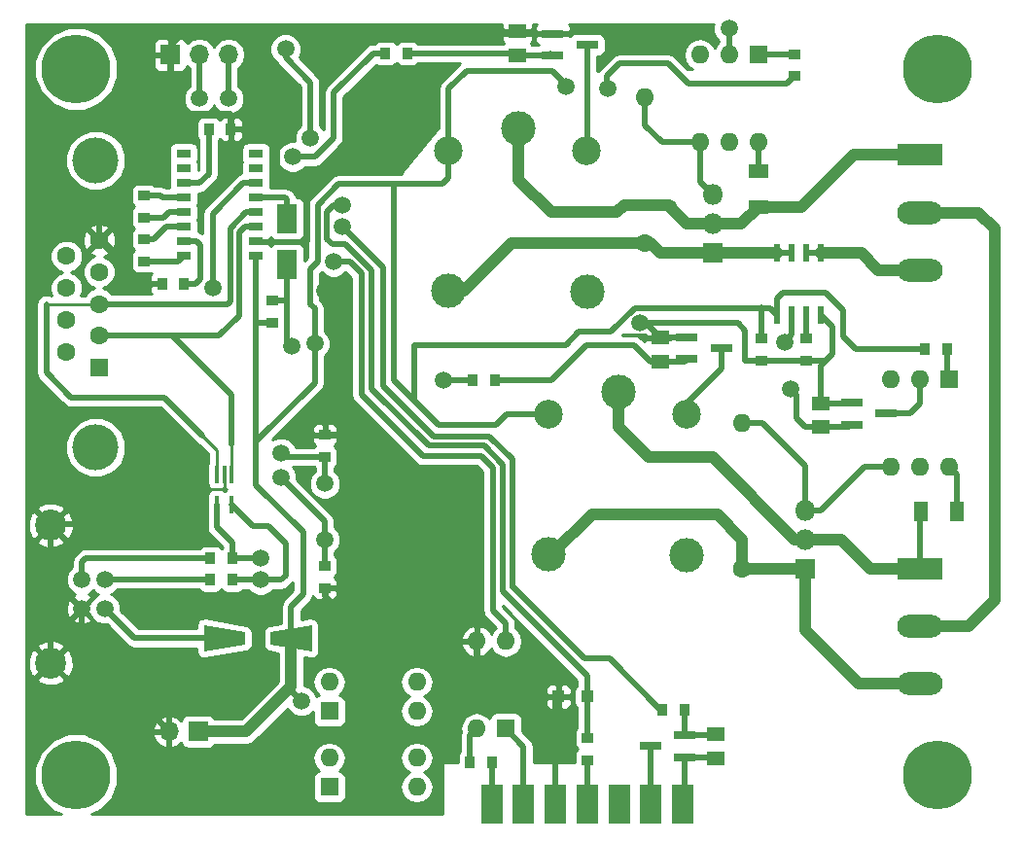
<source format=gbr>
G04 #@! TF.FileFunction,Copper,L2,Bot,Signal*
%FSLAX46Y46*%
G04 Gerber Fmt 4.6, Leading zero omitted, Abs format (unit mm)*
G04 Created by KiCad (PCBNEW 4.0.7) date Mon Jun 25 21:13:58 2018*
%MOMM*%
%LPD*%
G01*
G04 APERTURE LIST*
%ADD10C,0.100000*%
%ADD11R,0.845000X1.000000*%
%ADD12R,1.300000X0.800000*%
%ADD13R,1.000000X0.845000*%
%ADD14R,0.400000X1.500000*%
%ADD15R,1.800000X1.800000*%
%ADD16O,1.800000X1.800000*%
%ADD17C,1.520000*%
%ADD18C,2.700000*%
%ADD19R,1.700000X1.700000*%
%ADD20O,1.700000X1.700000*%
%ADD21R,1.846667X3.480000*%
%ADD22R,3.960000X1.980000*%
%ADD23O,3.960000X1.980000*%
%ADD24C,2.500000*%
%ADD25C,3.000000*%
%ADD26R,1.900000X0.800000*%
%ADD27R,1.800000X1.245000*%
%ADD28R,1.245000X1.800000*%
%ADD29R,1.600000X1.600000*%
%ADD30O,1.600000X1.600000*%
%ADD31R,0.600000X1.550000*%
%ADD32C,1.500000*%
%ADD33C,1.600000*%
%ADD34C,4.000000*%
%ADD35R,1.000000X1.000000*%
%ADD36C,6.000000*%
%ADD37R,1.500000X1.145000*%
%ADD38R,1.800000X2.500000*%
%ADD39C,0.500000*%
%ADD40C,0.250000*%
%ADD41C,1.000000*%
G04 APERTURE END LIST*
D10*
D11*
X119834500Y-51435000D03*
X117909500Y-51435000D03*
X51488500Y-45720000D03*
X53413500Y-45720000D03*
D12*
X53356000Y-43306000D03*
X53356000Y-42026000D03*
X53356000Y-40766000D03*
X53356000Y-39496000D03*
X53356000Y-38216000D03*
X53356000Y-36946000D03*
X53356000Y-35686000D03*
X53356000Y-34406000D03*
X59656000Y-34406000D03*
X59656000Y-35686000D03*
X59656000Y-36946000D03*
X59656000Y-38216000D03*
X59656000Y-39496000D03*
X59656000Y-40766000D03*
X59656000Y-42026000D03*
X59656000Y-43306000D03*
D11*
X57477500Y-32258000D03*
X55552500Y-32258000D03*
D13*
X65659000Y-72209500D03*
X65659000Y-70284500D03*
X49911000Y-39951500D03*
X49911000Y-38026500D03*
X65659000Y-58854500D03*
X65659000Y-60779500D03*
X49911000Y-43761500D03*
X49911000Y-41836500D03*
X103632000Y-50472500D03*
X103632000Y-52397500D03*
D14*
X56246000Y-62297000D03*
X56896000Y-62297000D03*
X57546000Y-62297000D03*
X57546000Y-64957000D03*
X56246000Y-64957000D03*
D10*
G36*
X64517000Y-75431000D02*
X64517000Y-77731000D01*
X60917000Y-77131000D01*
X60917000Y-76031000D01*
X64517000Y-75431000D01*
X64517000Y-75431000D01*
G37*
G36*
X55117000Y-77731000D02*
X55117000Y-75431000D01*
X58717000Y-76031000D01*
X58717000Y-77131000D01*
X55117000Y-77731000D01*
X55117000Y-77731000D01*
G37*
D15*
X99441000Y-43053000D03*
D16*
X99441000Y-40513000D03*
X99441000Y-37973000D03*
D15*
X107500000Y-70500000D03*
D16*
X107500000Y-67960000D03*
X107500000Y-65420000D03*
D17*
X46500000Y-71460000D03*
X46500000Y-74000000D03*
X44500000Y-74000000D03*
X44500000Y-71460000D03*
D18*
X41800000Y-66730000D03*
X41800000Y-78730000D03*
D19*
X54610000Y-84709000D03*
D20*
X52070000Y-84709000D03*
D19*
X52197000Y-25781000D03*
D20*
X54737000Y-25781000D03*
X57277000Y-25781000D03*
D21*
X80190000Y-91000000D03*
X82960000Y-91000000D03*
X85730000Y-91000000D03*
X88500000Y-91000000D03*
X91270000Y-91000000D03*
X94040000Y-91000000D03*
X96810000Y-91000000D03*
D22*
X117500000Y-34500000D03*
D23*
X117500000Y-39500000D03*
X117500000Y-44500000D03*
D22*
X117500000Y-70500000D03*
D23*
X117500000Y-75500000D03*
X117500000Y-80500000D03*
D24*
X76425000Y-34145000D03*
D25*
X76425000Y-46345000D03*
X88475000Y-46395000D03*
D24*
X88425000Y-34145000D03*
D25*
X82475000Y-32195000D03*
D24*
X85136000Y-57068000D03*
D25*
X85136000Y-69268000D03*
X97186000Y-69318000D03*
D24*
X97136000Y-57068000D03*
D25*
X91186000Y-55118000D03*
D26*
X97004000Y-85029000D03*
X97004000Y-86929000D03*
X94004000Y-85979000D03*
X85495000Y-25842000D03*
X85495000Y-23942000D03*
X88495000Y-24892000D03*
X97179000Y-52258000D03*
X97179000Y-50358000D03*
X100179000Y-51308000D03*
D11*
X57604500Y-69596000D03*
X55679500Y-69596000D03*
X57604500Y-71501000D03*
X55679500Y-71501000D03*
D13*
X88519000Y-87195500D03*
X88519000Y-85270500D03*
D11*
X80210500Y-87376000D03*
X78285500Y-87376000D03*
X96974500Y-82804000D03*
X95049500Y-82804000D03*
D13*
X106553000Y-25707500D03*
X106553000Y-27632500D03*
D11*
X72844500Y-25654000D03*
X70919500Y-25654000D03*
X80464500Y-54102000D03*
X78539500Y-54102000D03*
D27*
X103378000Y-39057500D03*
X103378000Y-35872500D03*
D28*
X117533500Y-65532000D03*
X120718500Y-65532000D03*
D13*
X61087000Y-49095500D03*
X61087000Y-47170500D03*
D29*
X81407000Y-84455000D03*
D30*
X78867000Y-76835000D03*
X78867000Y-84455000D03*
X81407000Y-76835000D03*
D29*
X66040000Y-82931000D03*
D30*
X73660000Y-80391000D03*
X66040000Y-80391000D03*
X73660000Y-82931000D03*
D29*
X66040000Y-89535000D03*
D30*
X73660000Y-86995000D03*
X66040000Y-86995000D03*
X73660000Y-89535000D03*
D29*
X103378000Y-25781000D03*
D30*
X98298000Y-33401000D03*
X100838000Y-25781000D03*
X100838000Y-33401000D03*
X98298000Y-25781000D03*
X103378000Y-33401000D03*
D29*
X120000000Y-54000000D03*
D30*
X114920000Y-61620000D03*
X117460000Y-54000000D03*
X117460000Y-61620000D03*
X114920000Y-54000000D03*
X120000000Y-61620000D03*
D31*
X105029000Y-43020000D03*
X106299000Y-43020000D03*
X107569000Y-43020000D03*
X108839000Y-43020000D03*
X108839000Y-48420000D03*
X107569000Y-48420000D03*
X106299000Y-48420000D03*
X105029000Y-48420000D03*
D32*
X65659000Y-63119000D03*
X65659000Y-67999000D03*
D29*
X46000000Y-53000000D03*
D33*
X46000000Y-50230000D03*
X46000000Y-47460000D03*
X46000000Y-44690000D03*
X46000000Y-41920000D03*
X43160000Y-51615000D03*
X43160000Y-48845000D03*
X43160000Y-46075000D03*
X43160000Y-43305000D03*
D34*
X45700000Y-34960000D03*
X45700000Y-59960000D03*
D35*
X88499000Y-81661000D03*
X85999000Y-81661000D03*
D33*
X93475000Y-42195000D03*
D30*
X93475000Y-29495000D03*
D33*
X102000000Y-70500000D03*
D30*
X102000000Y-57800000D03*
D13*
X107569000Y-50472500D03*
X107569000Y-52397500D03*
D36*
X44000000Y-27000000D03*
X44000000Y-88500000D03*
X119000000Y-88500000D03*
X119000000Y-27000000D03*
D26*
X111530000Y-57973000D03*
X111530000Y-56073000D03*
X114530000Y-57023000D03*
D37*
X99695000Y-87021500D03*
X99695000Y-84936500D03*
X82423000Y-25807500D03*
X82423000Y-23722500D03*
X108839000Y-56107500D03*
X108839000Y-58192500D03*
X94869000Y-52477500D03*
X94869000Y-50392500D03*
D38*
X62357000Y-40037000D03*
X62357000Y-44037000D03*
D32*
X65659000Y-46355000D03*
X93091000Y-49149000D03*
X68580000Y-73660000D03*
X57150000Y-88011000D03*
X50165000Y-58293000D03*
X61849000Y-62611000D03*
X61849000Y-60452000D03*
X54737000Y-29591000D03*
X86614000Y-28575000D03*
X90297000Y-28702000D03*
X63627000Y-82042000D03*
X64770000Y-50927000D03*
X60071000Y-71501000D03*
X60071000Y-69596000D03*
X57277000Y-29591000D03*
X105664000Y-50800000D03*
X67183000Y-40767000D03*
X62230000Y-25273000D03*
X64389000Y-33020000D03*
X62865000Y-34671000D03*
X75946000Y-54102000D03*
X62738000Y-51181000D03*
X55880000Y-46101000D03*
X67183000Y-38862000D03*
X66421000Y-43815000D03*
X100838000Y-23495000D03*
X106172000Y-54864000D03*
D39*
X77660500Y-82105500D02*
X82079452Y-82105500D01*
X82079452Y-82105500D02*
X82142952Y-82169000D01*
X67818000Y-59182000D02*
X67818000Y-46736000D01*
X67818000Y-46736000D02*
X67437000Y-46355000D01*
X102235000Y-52397500D02*
X102235000Y-49784000D01*
X101600000Y-49149000D02*
X99949000Y-49149000D01*
X102235000Y-49784000D02*
X101600000Y-49149000D01*
X93091000Y-49149000D02*
X99949000Y-49149000D01*
X102235000Y-52397500D02*
X103632000Y-52397500D01*
X93091000Y-49149000D02*
X93625500Y-49149000D01*
X93625500Y-49149000D02*
X94869000Y-50392500D01*
X63870000Y-42026000D02*
X64146000Y-42026000D01*
X64135000Y-38481000D02*
X63373000Y-37719000D01*
X64135000Y-42015000D02*
X64135000Y-38481000D01*
X64146000Y-42026000D02*
X64135000Y-42015000D01*
X65659000Y-46355000D02*
X67437000Y-46355000D01*
D40*
X62230000Y-42026000D02*
X63870000Y-42026000D01*
D39*
X61468000Y-35814000D02*
X63373000Y-37719000D01*
X61468000Y-32893000D02*
X60833000Y-32258000D01*
X60833000Y-32258000D02*
X57477500Y-32258000D01*
X61468000Y-32893000D02*
X61468000Y-35814000D01*
X94869000Y-50392500D02*
X97144500Y-50392500D01*
X97144500Y-50392500D02*
X97179000Y-50358000D01*
X108839000Y-56107500D02*
X108839000Y-52832000D01*
X108839000Y-52832000D02*
X109273500Y-52397500D01*
X108839000Y-56107500D02*
X111495500Y-56107500D01*
X111495500Y-56107500D02*
X111530000Y-56073000D01*
X103632000Y-52397500D02*
X107569000Y-52397500D01*
X85495000Y-23942000D02*
X76520000Y-23942000D01*
X76520000Y-23942000D02*
X76327000Y-23749000D01*
X44500000Y-74000000D02*
X44500000Y-77139000D01*
X44500000Y-77139000D02*
X52070000Y-84709000D01*
X48300000Y-66675000D02*
X41855000Y-66675000D01*
X41855000Y-66675000D02*
X41800000Y-66730000D01*
X41800000Y-66730000D02*
X41800000Y-78730000D01*
X78867000Y-76835000D02*
X78867000Y-78867000D01*
X73914000Y-76835000D02*
X75946000Y-78867000D01*
X66294000Y-73533000D02*
X69596000Y-76835000D01*
X69596000Y-76835000D02*
X73914000Y-76835000D01*
X46000000Y-38862000D02*
X43561000Y-38862000D01*
X44450000Y-64897000D02*
X48300000Y-64897000D01*
X40259000Y-60706000D02*
X44450000Y-64897000D01*
X40259000Y-42164000D02*
X40259000Y-60706000D01*
X43561000Y-38862000D02*
X40259000Y-42164000D01*
X52197000Y-25781000D02*
X52197000Y-25019000D01*
X52197000Y-25019000D02*
X53467000Y-23749000D01*
X53467000Y-23749000D02*
X76327000Y-23749000D01*
X107569000Y-52397500D02*
X109273500Y-52397500D01*
X109855000Y-50927000D02*
X109855000Y-49436000D01*
X109855000Y-49436000D02*
X108839000Y-48420000D01*
X109273500Y-52397500D02*
X109855000Y-51816000D01*
X109855000Y-51816000D02*
X109855000Y-50927000D01*
X52197000Y-28956000D02*
X52197000Y-30353000D01*
X52778500Y-30934500D02*
X57477500Y-30934500D01*
X52197000Y-30353000D02*
X52778500Y-30934500D01*
X65659000Y-72209500D02*
X67109500Y-72209500D01*
X67109500Y-72209500D02*
X67818000Y-71501000D01*
X67818000Y-71501000D02*
X67818000Y-59182000D01*
X67818000Y-59182000D02*
X67490500Y-58854500D01*
X67490500Y-58854500D02*
X66802000Y-58854500D01*
X66802000Y-58854500D02*
X65659000Y-58854500D01*
D40*
X59656000Y-42026000D02*
X62230000Y-42026000D01*
D39*
X57477500Y-32258000D02*
X57477500Y-30934500D01*
X50673000Y-34163000D02*
X50673000Y-30480000D01*
X52197000Y-28956000D02*
X52197000Y-25781000D01*
X50673000Y-30480000D02*
X52197000Y-28956000D01*
X46000000Y-41920000D02*
X46000000Y-38862000D01*
X46000000Y-38862000D02*
X46000000Y-38836000D01*
X46000000Y-38836000D02*
X50673000Y-34163000D01*
X46000000Y-41920000D02*
X46238000Y-41920000D01*
X46238000Y-41920000D02*
X47752000Y-43434000D01*
X47752000Y-43434000D02*
X47752000Y-44831000D01*
X47752000Y-44831000D02*
X48641000Y-45720000D01*
X48641000Y-45720000D02*
X51488500Y-45720000D01*
X66294000Y-73533000D02*
X68453000Y-73533000D01*
X68453000Y-73533000D02*
X68580000Y-73660000D01*
X57150000Y-88011000D02*
X60960000Y-88011000D01*
X60960000Y-88011000D02*
X64008000Y-84963000D01*
X52070000Y-84709000D02*
X52070000Y-87122000D01*
X52959000Y-88011000D02*
X57150000Y-88011000D01*
X52070000Y-87122000D02*
X52959000Y-88011000D01*
X85730000Y-84206000D02*
X85730000Y-81930000D01*
X85730000Y-81930000D02*
X85999000Y-81661000D01*
D40*
X56896000Y-62297000D02*
X56896000Y-63627000D01*
X49149000Y-63627000D02*
X49149000Y-63754000D01*
X56896000Y-63627000D02*
X49149000Y-63627000D01*
D39*
X48300000Y-66730000D02*
X48300000Y-66675000D01*
X48300000Y-66675000D02*
X48300000Y-64897000D01*
X48300000Y-64897000D02*
X48300000Y-64603000D01*
X48300000Y-64603000D02*
X49149000Y-63754000D01*
X50165000Y-62738000D02*
X50165000Y-58293000D01*
X49149000Y-63754000D02*
X50165000Y-62738000D01*
X65659000Y-72209500D02*
X65659000Y-72898000D01*
X65659000Y-72898000D02*
X66294000Y-73533000D01*
X83693000Y-82169000D02*
X85730000Y-84206000D01*
X85730000Y-84206000D02*
X85730000Y-91000000D01*
X64008000Y-84963000D02*
X74803000Y-84963000D01*
X74803000Y-84963000D02*
X77660500Y-82105500D01*
X75946000Y-78867000D02*
X78867000Y-78867000D01*
X78867000Y-78867000D02*
X81026000Y-78867000D01*
X81407000Y-81433048D02*
X82142952Y-82169000D01*
X81407000Y-79248000D02*
X81407000Y-81433048D01*
X81026000Y-78867000D02*
X81407000Y-79248000D01*
X82142952Y-82169000D02*
X83693000Y-82169000D01*
X53413500Y-45720000D02*
X54429500Y-45720000D01*
X54472000Y-42026000D02*
X54810500Y-42364500D01*
X54810500Y-42364500D02*
X54810500Y-45339000D01*
X54472000Y-42026000D02*
X53356000Y-42026000D01*
X54429500Y-45720000D02*
X54810500Y-45339000D01*
X55552500Y-32258000D02*
X55552500Y-36141500D01*
X54748000Y-36946000D02*
X53356000Y-36946000D01*
X55552500Y-36141500D02*
X54748000Y-36946000D01*
X65659000Y-67999000D02*
X65659000Y-66421000D01*
X65659000Y-66421000D02*
X61849000Y-62611000D01*
X65659000Y-70284500D02*
X65659000Y-67999000D01*
X53356000Y-39496000D02*
X52071000Y-39496000D01*
X51615500Y-39951500D02*
X49911000Y-39951500D01*
X52071000Y-39496000D02*
X51615500Y-39951500D01*
X53356000Y-38216000D02*
X51551000Y-38216000D01*
X51361500Y-38026500D02*
X49911000Y-38026500D01*
X51551000Y-38216000D02*
X51361500Y-38026500D01*
X65659000Y-60779500D02*
X62176500Y-60779500D01*
X62176500Y-60779500D02*
X61849000Y-60452000D01*
X65659000Y-63119000D02*
X65659000Y-60779500D01*
X49911000Y-43761500D02*
X52900500Y-43761500D01*
X52900500Y-43761500D02*
X53356000Y-43306000D01*
X49911000Y-41836500D02*
X50746500Y-41836500D01*
X51817000Y-40766000D02*
X53356000Y-40766000D01*
X50746500Y-41836500D02*
X51817000Y-40766000D01*
X54737000Y-29591000D02*
X54737000Y-25781000D01*
X75565000Y-58039000D02*
X71628000Y-54102000D01*
X71628000Y-54102000D02*
X71628000Y-37020500D01*
X103632000Y-50472500D02*
X103632000Y-47815500D01*
X103632000Y-47815500D02*
X103632000Y-47752000D01*
X103632000Y-47752000D02*
X103632000Y-47815500D01*
X97536000Y-47815500D02*
X103632000Y-47815500D01*
X103632000Y-47815500D02*
X104424500Y-47815500D01*
X104424500Y-47815500D02*
X105029000Y-48420000D01*
X86106000Y-51054000D02*
X86614000Y-51054000D01*
X87757000Y-49911000D02*
X90551000Y-49911000D01*
X86614000Y-51054000D02*
X87757000Y-49911000D01*
X90551000Y-49911000D02*
X92646500Y-47815500D01*
X90233500Y-27622500D02*
X90233500Y-28638500D01*
X86741000Y-28575000D02*
X86741000Y-28448000D01*
X86614000Y-28575000D02*
X86741000Y-28575000D01*
X90233500Y-28638500D02*
X90297000Y-28702000D01*
X97536000Y-47815500D02*
X92646500Y-47815500D01*
X86106000Y-51054000D02*
X73406000Y-51054000D01*
X61087000Y-49095500D02*
X59656000Y-49095500D01*
X73406000Y-51054000D02*
X73406000Y-55880000D01*
X81489000Y-57068000D02*
X80518000Y-58039000D01*
X80518000Y-58039000D02*
X75565000Y-58039000D01*
X75565000Y-58039000D02*
X74041000Y-56515000D01*
X85136000Y-57068000D02*
X81489000Y-57068000D01*
X73406000Y-55880000D02*
X74041000Y-56515000D01*
X64389000Y-45212000D02*
X64389000Y-44450000D01*
X64389000Y-47498000D02*
X64389000Y-45212000D01*
X64770000Y-47879000D02*
X64389000Y-47498000D01*
X64770000Y-50927000D02*
X64770000Y-47879000D01*
X70739000Y-37020500D02*
X71628000Y-37020500D01*
X66865500Y-37020500D02*
X70739000Y-37020500D01*
X64389000Y-44450000D02*
X65024000Y-43815000D01*
X65024000Y-43815000D02*
X65024000Y-38862000D01*
X65024000Y-38862000D02*
X66865500Y-37020500D01*
X117909500Y-51435000D02*
X111887000Y-51435000D01*
X110744000Y-50292000D02*
X110744000Y-48006000D01*
X111887000Y-51435000D02*
X110744000Y-50292000D01*
X105029000Y-48420000D02*
X105029000Y-46990000D01*
X109220000Y-46482000D02*
X110744000Y-48006000D01*
X105537000Y-46482000D02*
X109220000Y-46482000D01*
X105029000Y-46990000D02*
X105537000Y-46482000D01*
X117856000Y-51435000D02*
X117602000Y-51435000D01*
X76425000Y-34145000D02*
X76425000Y-28731000D01*
X105864500Y-28321000D02*
X106553000Y-27632500D01*
X97282000Y-28321000D02*
X105864500Y-28321000D01*
X95504000Y-26543000D02*
X97282000Y-28321000D01*
X91313000Y-26543000D02*
X95504000Y-26543000D01*
X90233500Y-27622500D02*
X91313000Y-26543000D01*
X85471000Y-27178000D02*
X86741000Y-28448000D01*
X77978000Y-27178000D02*
X85471000Y-27178000D01*
X76425000Y-28731000D02*
X77978000Y-27178000D01*
X71628000Y-37020500D02*
X73406000Y-37020500D01*
X73406000Y-37020500D02*
X75882500Y-37020500D01*
X76425000Y-36478000D02*
X76425000Y-34145000D01*
X75882500Y-37020500D02*
X76425000Y-36478000D01*
X59656000Y-43306000D02*
X59656000Y-49095500D01*
X59656000Y-49095500D02*
X59656000Y-59470000D01*
X62717000Y-73808000D02*
X63754000Y-72771000D01*
X63754000Y-72771000D02*
X63754000Y-67310000D01*
X63754000Y-67310000D02*
X59656000Y-63212000D01*
X62717000Y-76581000D02*
X62717000Y-73808000D01*
X62717000Y-81132000D02*
X62717000Y-80793000D01*
X63627000Y-82042000D02*
X62717000Y-81132000D01*
D41*
X54610000Y-84709000D02*
X58801000Y-84709000D01*
X58801000Y-84709000D02*
X62717000Y-80793000D01*
X62717000Y-80793000D02*
X62717000Y-76581000D01*
D39*
X64770000Y-50927000D02*
X64770000Y-54356000D01*
X64770000Y-54356000D02*
X59656000Y-59470000D01*
X59656000Y-59470000D02*
X59656000Y-63212000D01*
X84983000Y-56915000D02*
X85136000Y-57068000D01*
X107569000Y-48420000D02*
X107569000Y-50472500D01*
X41402000Y-53467000D02*
X41402000Y-47498000D01*
X46000000Y-47460000D02*
X57188000Y-47460000D01*
X57404000Y-47244000D02*
X57404000Y-40894000D01*
X57188000Y-47460000D02*
X57404000Y-47244000D01*
X59656000Y-39496000D02*
X58802000Y-39496000D01*
X58802000Y-39496000D02*
X57404000Y-40894000D01*
D40*
X45962000Y-47498000D02*
X41402000Y-47498000D01*
D39*
X51689000Y-55626000D02*
X43561000Y-55626000D01*
X43561000Y-55626000D02*
X41402000Y-53467000D01*
D40*
X54991000Y-58928000D02*
X56246000Y-60183000D01*
X56246000Y-60183000D02*
X56246000Y-62297000D01*
D39*
X54991000Y-58928000D02*
X51689000Y-55626000D01*
D40*
X45962000Y-47498000D02*
X46000000Y-47460000D01*
D39*
X52389000Y-50230000D02*
X56450000Y-50230000D01*
X58166000Y-48514000D02*
X58166000Y-41275000D01*
X56450000Y-50230000D02*
X58166000Y-48514000D01*
X59656000Y-40766000D02*
X58675000Y-40766000D01*
X58675000Y-40766000D02*
X58166000Y-41275000D01*
X57546000Y-59705000D02*
X57546000Y-55387000D01*
X52389000Y-50230000D02*
X46000000Y-50230000D01*
X57546000Y-55387000D02*
X52389000Y-50230000D01*
D40*
X57546000Y-62297000D02*
X57546000Y-59705000D01*
D39*
X60071000Y-71501000D02*
X61849000Y-71501000D01*
X57604500Y-71501000D02*
X60071000Y-71501000D01*
X59391000Y-66802000D02*
X57546000Y-64957000D01*
X60706000Y-66802000D02*
X59391000Y-66802000D01*
X62230000Y-68326000D02*
X60706000Y-66802000D01*
X62230000Y-71120000D02*
X62230000Y-68326000D01*
X61849000Y-71501000D02*
X62230000Y-71120000D01*
X57604500Y-69596000D02*
X60071000Y-69596000D01*
X56246000Y-64957000D02*
X56246000Y-66914000D01*
X57604500Y-68272500D02*
X57604500Y-69596000D01*
X56246000Y-66914000D02*
X57604500Y-68272500D01*
X56917000Y-76581000D02*
X49081000Y-76581000D01*
X49081000Y-76581000D02*
X46500000Y-74000000D01*
D41*
X76425000Y-46345000D02*
X77734000Y-46345000D01*
X77734000Y-46345000D02*
X81884000Y-42195000D01*
X81884000Y-42195000D02*
X93475000Y-42195000D01*
X93475000Y-42195000D02*
X94011000Y-42195000D01*
X94011000Y-42195000D02*
X94869000Y-43053000D01*
X94869000Y-43053000D02*
X99441000Y-43053000D01*
X99441000Y-43053000D02*
X104996000Y-43053000D01*
X104996000Y-43053000D02*
X105029000Y-43020000D01*
D39*
X106299000Y-43020000D02*
X104808000Y-43020000D01*
X104808000Y-43020000D02*
X105029000Y-43020000D01*
D41*
X91694000Y-38862000D02*
X95631000Y-38862000D01*
X95758000Y-38989000D02*
X95758000Y-39116000D01*
X95631000Y-38862000D02*
X95758000Y-38989000D01*
X82475000Y-32195000D02*
X82475000Y-36628000D01*
X91059000Y-39497000D02*
X91694000Y-38862000D01*
X85344000Y-39497000D02*
X91059000Y-39497000D01*
X82475000Y-36628000D02*
X85344000Y-39497000D01*
X117500000Y-34500000D02*
X111677000Y-34500000D01*
X107119500Y-39057500D02*
X103378000Y-39057500D01*
X111677000Y-34500000D02*
X107119500Y-39057500D01*
X99441000Y-40513000D02*
X97155000Y-40513000D01*
X97155000Y-40513000D02*
X95758000Y-39116000D01*
X99441000Y-40513000D02*
X101922500Y-40513000D01*
X101922500Y-40513000D02*
X103378000Y-39057500D01*
D39*
X93475000Y-29495000D02*
X93475000Y-31880000D01*
X94996000Y-33401000D02*
X98298000Y-33401000D01*
X93475000Y-31880000D02*
X94996000Y-33401000D01*
X98298000Y-33401000D02*
X98298000Y-36830000D01*
X98298000Y-36830000D02*
X99441000Y-37973000D01*
D41*
X117500000Y-80500000D02*
X112123000Y-80500000D01*
X107500000Y-75877000D02*
X107500000Y-70500000D01*
X112123000Y-80500000D02*
X107500000Y-75877000D01*
X102000000Y-70500000D02*
X107500000Y-70500000D01*
X85136000Y-69268000D02*
X85418000Y-69268000D01*
X85418000Y-69268000D02*
X88900000Y-65786000D01*
X88900000Y-65786000D02*
X99822000Y-65786000D01*
X99822000Y-65786000D02*
X102000000Y-67964000D01*
X102000000Y-67964000D02*
X102000000Y-70500000D01*
X107500000Y-67960000D02*
X106568000Y-67960000D01*
X91186000Y-58166000D02*
X91186000Y-55118000D01*
X93853000Y-60833000D02*
X91186000Y-58166000D01*
X99441000Y-60833000D02*
X93853000Y-60833000D01*
X106568000Y-67960000D02*
X99441000Y-60833000D01*
X107500000Y-67960000D02*
X110632000Y-67960000D01*
X113172000Y-70500000D02*
X117500000Y-70500000D01*
X110632000Y-67960000D02*
X113172000Y-70500000D01*
D39*
X117500000Y-70500000D02*
X117500000Y-65565500D01*
X117500000Y-65565500D02*
X117533500Y-65532000D01*
X102000000Y-57800000D02*
X103774000Y-57800000D01*
X107500000Y-61526000D02*
X107500000Y-65420000D01*
X103774000Y-57800000D02*
X107500000Y-61526000D01*
X107500000Y-65420000D02*
X108824000Y-65420000D01*
X112624000Y-61620000D02*
X114920000Y-61620000D01*
X108824000Y-65420000D02*
X112624000Y-61620000D01*
X46500000Y-71460000D02*
X55638500Y-71460000D01*
X55638500Y-71460000D02*
X55679500Y-71501000D01*
X44500000Y-71460000D02*
X44500000Y-69927000D01*
X44831000Y-69596000D02*
X55679500Y-69596000D01*
X44500000Y-69927000D02*
X44831000Y-69596000D01*
X57277000Y-29591000D02*
X57277000Y-25781000D01*
X80190000Y-91000000D02*
X80190000Y-87396500D01*
X80190000Y-87396500D02*
X80210500Y-87376000D01*
X82960000Y-91000000D02*
X82960000Y-86008000D01*
X82960000Y-86008000D02*
X81407000Y-84455000D01*
X88519000Y-87195500D02*
X88519000Y-90981000D01*
X88519000Y-90981000D02*
X88500000Y-91000000D01*
X94004000Y-90964000D02*
X94040000Y-91000000D01*
X94004000Y-85979000D02*
X94004000Y-90964000D01*
X97004000Y-86929000D02*
X99602500Y-86929000D01*
X99602500Y-86929000D02*
X99695000Y-87021500D01*
X97004000Y-86929000D02*
X97004000Y-90806000D01*
X97004000Y-90806000D02*
X96810000Y-91000000D01*
D41*
X117500000Y-39500000D02*
X122558000Y-39500000D01*
X121731000Y-75500000D02*
X117500000Y-75500000D01*
X123952000Y-73279000D02*
X121731000Y-75500000D01*
X123952000Y-40894000D02*
X123952000Y-73279000D01*
X122558000Y-39500000D02*
X123952000Y-40894000D01*
X117500000Y-44500000D02*
X113842000Y-44500000D01*
X112362000Y-43020000D02*
X108839000Y-43020000D01*
X113842000Y-44500000D02*
X112362000Y-43020000D01*
D39*
X107569000Y-43020000D02*
X108839000Y-43020000D01*
X97004000Y-85029000D02*
X99602500Y-85029000D01*
X99602500Y-85029000D02*
X99695000Y-84936500D01*
X96974500Y-82804000D02*
X96974500Y-84999500D01*
X96974500Y-84999500D02*
X97004000Y-85029000D01*
X76581000Y-25654000D02*
X82269500Y-25654000D01*
X82269500Y-25654000D02*
X82423000Y-25807500D01*
X82423000Y-25807500D02*
X85460500Y-25807500D01*
X85460500Y-25807500D02*
X85495000Y-25842000D01*
X72844500Y-25654000D02*
X76581000Y-25654000D01*
X85307000Y-25654000D02*
X85495000Y-25842000D01*
X80464500Y-54102000D02*
X85344000Y-54102000D01*
X85344000Y-54102000D02*
X86868000Y-52578000D01*
X92583000Y-51054000D02*
X94006500Y-52477500D01*
X88392000Y-51054000D02*
X92583000Y-51054000D01*
X86868000Y-52578000D02*
X88392000Y-51054000D01*
X94869000Y-52477500D02*
X94006500Y-52477500D01*
X94869000Y-52477500D02*
X96959500Y-52477500D01*
X96959500Y-52477500D02*
X97179000Y-52258000D01*
X105664000Y-50800000D02*
X106299000Y-50165000D01*
X106299000Y-50165000D02*
X106299000Y-48420000D01*
X78285500Y-85036500D02*
X78867000Y-84455000D01*
X78285500Y-87376000D02*
X78285500Y-85036500D01*
X67183000Y-40767000D02*
X70739000Y-44323000D01*
X70739000Y-54610000D02*
X75129000Y-59000000D01*
X70739000Y-44323000D02*
X70739000Y-54610000D01*
X80000000Y-59000000D02*
X75129000Y-59000000D01*
X82000000Y-72136000D02*
X82000000Y-61000000D01*
X90424000Y-78359000D02*
X88265000Y-78359000D01*
X88265000Y-78359000D02*
X82042000Y-72136000D01*
X82042000Y-72136000D02*
X82000000Y-72136000D01*
X94869000Y-82804000D02*
X90424000Y-78359000D01*
X82000000Y-61000000D02*
X80000000Y-59000000D01*
X95049500Y-82804000D02*
X94869000Y-82804000D01*
X106553000Y-25707500D02*
X103451500Y-25707500D01*
X103451500Y-25707500D02*
X103378000Y-25781000D01*
X62230000Y-26035000D02*
X62230000Y-25273000D01*
X64389000Y-28194000D02*
X62230000Y-26035000D01*
X64389000Y-33020000D02*
X64389000Y-28194000D01*
X66421000Y-31877000D02*
X66421000Y-29083000D01*
X69850000Y-25654000D02*
X70919500Y-25654000D01*
X66421000Y-29083000D02*
X69850000Y-25654000D01*
X66421000Y-31877000D02*
X66421000Y-33020000D01*
X66421000Y-33020000D02*
X64770000Y-34671000D01*
X64770000Y-34671000D02*
X62865000Y-34671000D01*
X119834500Y-51435000D02*
X119834500Y-53834500D01*
X119834500Y-53834500D02*
X120000000Y-54000000D01*
X75946000Y-54102000D02*
X78539500Y-54102000D01*
X103378000Y-35872500D02*
X103378000Y-33401000D01*
X120718500Y-65532000D02*
X120718500Y-62338500D01*
X120718500Y-62338500D02*
X120000000Y-61620000D01*
X61087000Y-47170500D02*
X62357000Y-47170500D01*
X62357000Y-47170500D02*
X62357000Y-47117000D01*
X62738000Y-51181000D02*
X62611000Y-51181000D01*
X62357000Y-51181000D02*
X62357000Y-47117000D01*
X62357000Y-47117000D02*
X62357000Y-44037000D01*
X62611000Y-51181000D02*
X62357000Y-51181000D01*
X58558000Y-36946000D02*
X55880000Y-39624000D01*
X55880000Y-39624000D02*
X55880000Y-46101000D01*
X58558000Y-36946000D02*
X59656000Y-36946000D01*
X69723000Y-53594000D02*
X69723000Y-54864000D01*
X69723000Y-54864000D02*
X74676000Y-59817000D01*
X69723000Y-44577000D02*
X67437000Y-42291000D01*
X69723000Y-53594000D02*
X69723000Y-44577000D01*
X67183000Y-42291000D02*
X67437000Y-42291000D01*
X66294000Y-42291000D02*
X67183000Y-42291000D01*
X65849500Y-41846500D02*
X66294000Y-42291000D01*
X66421000Y-38862000D02*
X65849500Y-39433500D01*
X65849500Y-39433500D02*
X65849500Y-41846500D01*
X67183000Y-38862000D02*
X66421000Y-38862000D01*
X81153000Y-61468000D02*
X81153000Y-72517000D01*
X79502000Y-59817000D02*
X81153000Y-61468000D01*
X74676000Y-59817000D02*
X79502000Y-59817000D01*
X88499000Y-81661000D02*
X88499000Y-79863000D01*
X88499000Y-79863000D02*
X81153000Y-72517000D01*
X88499000Y-81661000D02*
X88499000Y-85250500D01*
X88499000Y-85250500D02*
X88519000Y-85270500D01*
X68834000Y-54610000D02*
X68834000Y-55372000D01*
X68834000Y-55372000D02*
X74168000Y-60706000D01*
X68834000Y-44831000D02*
X67818000Y-43815000D01*
X68834000Y-54610000D02*
X68834000Y-44831000D01*
X66421000Y-43815000D02*
X67818000Y-43815000D01*
X81407000Y-76835000D02*
X81407000Y-75311000D01*
X79248000Y-60706000D02*
X74168000Y-60706000D01*
X80264000Y-61722000D02*
X79248000Y-60706000D01*
X80264000Y-74168000D02*
X80264000Y-61722000D01*
X81407000Y-75311000D02*
X80264000Y-74168000D01*
X88495000Y-24892000D02*
X88495000Y-34075000D01*
X88495000Y-34075000D02*
X88425000Y-34145000D01*
X97136000Y-57068000D02*
X97136000Y-56153000D01*
X97136000Y-56153000D02*
X100179000Y-53110000D01*
X100179000Y-53110000D02*
X100179000Y-51308000D01*
X100184000Y-51313000D02*
X100179000Y-51308000D01*
X100838000Y-23495000D02*
X100838000Y-25781000D01*
X107468500Y-58192500D02*
X108839000Y-58192500D01*
X106680000Y-57404000D02*
X107468500Y-58192500D01*
X106680000Y-55372000D02*
X106680000Y-57404000D01*
X106172000Y-54864000D02*
X106680000Y-55372000D01*
X108839000Y-58192500D02*
X111310500Y-58192500D01*
X111310500Y-58192500D02*
X111530000Y-57973000D01*
X114530000Y-57023000D02*
X116586000Y-57023000D01*
X117460000Y-56149000D02*
X117460000Y-54000000D01*
X116586000Y-57023000D02*
X117460000Y-56149000D01*
X59656000Y-38216000D02*
X62219000Y-38216000D01*
X62357000Y-38354000D02*
X62357000Y-40037000D01*
X62219000Y-38216000D02*
X62357000Y-38354000D01*
D40*
G36*
X81048000Y-23441250D02*
X81204250Y-23597500D01*
X82298000Y-23597500D01*
X82298000Y-23577500D01*
X82548000Y-23577500D01*
X82548000Y-23597500D01*
X83641750Y-23597500D01*
X83798000Y-23441250D01*
X83798000Y-23125000D01*
X84078117Y-23125000D01*
X84015151Y-23187966D01*
X83920000Y-23417680D01*
X83920000Y-23660750D01*
X84076250Y-23817000D01*
X85370000Y-23817000D01*
X85370000Y-23797000D01*
X85620000Y-23797000D01*
X85620000Y-23817000D01*
X86913750Y-23817000D01*
X87070000Y-23660750D01*
X87070000Y-23417680D01*
X86974849Y-23187966D01*
X86911883Y-23125000D01*
X99502809Y-23125000D01*
X99463239Y-23220296D01*
X99462762Y-23767305D01*
X99671652Y-24272857D01*
X99963000Y-24564715D01*
X99963000Y-24656837D01*
X99830373Y-24745456D01*
X99568000Y-25138125D01*
X99305627Y-24745456D01*
X98843324Y-24436555D01*
X98298000Y-24328083D01*
X97752676Y-24436555D01*
X97290373Y-24745456D01*
X96981472Y-25207759D01*
X96873000Y-25753083D01*
X96873000Y-25808917D01*
X96981472Y-26354241D01*
X97290373Y-26816544D01*
X97623828Y-27039352D01*
X97244807Y-27046371D01*
X96122718Y-25924282D01*
X95838848Y-25734605D01*
X95504000Y-25668000D01*
X91313000Y-25668000D01*
X90978152Y-25734605D01*
X90694282Y-25924281D01*
X89614782Y-27003782D01*
X89490374Y-27189971D01*
X89370000Y-27192200D01*
X89370000Y-25929244D01*
X89445000Y-25929244D01*
X89676611Y-25885663D01*
X89889332Y-25748781D01*
X90032038Y-25539924D01*
X90082244Y-25292000D01*
X90082244Y-24492000D01*
X90038663Y-24260389D01*
X89901781Y-24047668D01*
X89692924Y-23904962D01*
X89445000Y-23854756D01*
X87545000Y-23854756D01*
X87313389Y-23898337D01*
X87100668Y-24035219D01*
X87011894Y-24165144D01*
X86913750Y-24067000D01*
X85620000Y-24067000D01*
X85620000Y-24087000D01*
X85370000Y-24087000D01*
X85370000Y-24067000D01*
X84076250Y-24067000D01*
X83920000Y-24223250D01*
X83920000Y-24466320D01*
X84015151Y-24696034D01*
X84190966Y-24871850D01*
X84243216Y-24893492D01*
X84182596Y-24932500D01*
X83721047Y-24932500D01*
X83629781Y-24790668D01*
X83589047Y-24762836D01*
X83702850Y-24649034D01*
X83798000Y-24419320D01*
X83798000Y-24003750D01*
X83641750Y-23847500D01*
X82548000Y-23847500D01*
X82548000Y-23867500D01*
X82298000Y-23867500D01*
X82298000Y-23847500D01*
X81204250Y-23847500D01*
X81048000Y-24003750D01*
X81048000Y-24419320D01*
X81143150Y-24649034D01*
X81255238Y-24761122D01*
X81228668Y-24778219D01*
X81228134Y-24779000D01*
X73768395Y-24779000D01*
X73723781Y-24709668D01*
X73514924Y-24566962D01*
X73267000Y-24516756D01*
X72422000Y-24516756D01*
X72190389Y-24560337D01*
X71977668Y-24697219D01*
X71881417Y-24838088D01*
X71798781Y-24709668D01*
X71589924Y-24566962D01*
X71342000Y-24516756D01*
X70497000Y-24516756D01*
X70265389Y-24560337D01*
X70052668Y-24697219D01*
X69996789Y-24779000D01*
X69850000Y-24779000D01*
X69602558Y-24828219D01*
X69515151Y-24845605D01*
X69231281Y-25035282D01*
X65802282Y-28464282D01*
X65612605Y-28748152D01*
X65546000Y-29083000D01*
X65546000Y-32232779D01*
X65264000Y-31950285D01*
X65264000Y-28194000D01*
X65197395Y-27859152D01*
X65007718Y-27575282D01*
X63421495Y-25989059D01*
X63604761Y-25547704D01*
X63605238Y-25000695D01*
X63396348Y-24495143D01*
X63009892Y-24108011D01*
X62504704Y-23898239D01*
X61957695Y-23897762D01*
X61452143Y-24106652D01*
X61065011Y-24493108D01*
X60855239Y-24998296D01*
X60854762Y-25545305D01*
X61063652Y-26050857D01*
X61450108Y-26437989D01*
X61473674Y-26447774D01*
X61611282Y-26653718D01*
X63514000Y-28556436D01*
X63514000Y-31950625D01*
X63224011Y-32240108D01*
X63014239Y-32745296D01*
X63013762Y-33292305D01*
X63015343Y-33296131D01*
X62592695Y-33295762D01*
X62087143Y-33504652D01*
X61700011Y-33891108D01*
X61490239Y-34396296D01*
X61489762Y-34943305D01*
X61698652Y-35448857D01*
X62085108Y-35835989D01*
X62590296Y-36045761D01*
X63137305Y-36046238D01*
X63642857Y-35837348D01*
X63934715Y-35546000D01*
X64770000Y-35546000D01*
X65104848Y-35479395D01*
X65388718Y-35289718D01*
X67039719Y-33638718D01*
X67229395Y-33354848D01*
X67296000Y-33020000D01*
X67296000Y-29445436D01*
X70101342Y-26640095D01*
X70249076Y-26741038D01*
X70497000Y-26791244D01*
X71342000Y-26791244D01*
X71573611Y-26747663D01*
X71786332Y-26610781D01*
X71882583Y-26469912D01*
X71965219Y-26598332D01*
X72174076Y-26741038D01*
X72422000Y-26791244D01*
X73267000Y-26791244D01*
X73498611Y-26747663D01*
X73711332Y-26610781D01*
X73767211Y-26529000D01*
X77404601Y-26529000D01*
X77359282Y-26559281D01*
X75806282Y-28112282D01*
X75616605Y-28396152D01*
X75550000Y-28731000D01*
X75550000Y-32099798D01*
X72403509Y-35920537D01*
X72380195Y-35964338D01*
X72375000Y-36000000D01*
X72375000Y-36145500D01*
X66865500Y-36145500D01*
X66534790Y-36211282D01*
X66530652Y-36212105D01*
X66246781Y-36401782D01*
X64405282Y-38243282D01*
X64215605Y-38527152D01*
X64149000Y-38862000D01*
X64149000Y-43452563D01*
X63894244Y-43707320D01*
X63894244Y-42787000D01*
X63850663Y-42555389D01*
X63713781Y-42342668D01*
X63504924Y-42199962D01*
X63257000Y-42149756D01*
X61457000Y-42149756D01*
X61225389Y-42193337D01*
X61012668Y-42330219D01*
X60931000Y-42449744D01*
X60931000Y-42307250D01*
X60774750Y-42151000D01*
X59781000Y-42151000D01*
X59781000Y-42171000D01*
X59531000Y-42171000D01*
X59531000Y-42151000D01*
X59511000Y-42151000D01*
X59511000Y-41901000D01*
X59531000Y-41901000D01*
X59531000Y-41881000D01*
X59781000Y-41881000D01*
X59781000Y-41901000D01*
X60774750Y-41901000D01*
X60931000Y-41744750D01*
X60931000Y-41623762D01*
X61000219Y-41731332D01*
X61209076Y-41874038D01*
X61457000Y-41924244D01*
X63257000Y-41924244D01*
X63488611Y-41880663D01*
X63701332Y-41743781D01*
X63844038Y-41534924D01*
X63894244Y-41287000D01*
X63894244Y-38787000D01*
X63850663Y-38555389D01*
X63713781Y-38342668D01*
X63504924Y-38199962D01*
X63257000Y-38149756D01*
X63191374Y-38149756D01*
X63165395Y-38019152D01*
X63165395Y-38019151D01*
X62975718Y-37735281D01*
X62837718Y-37597282D01*
X62553848Y-37407605D01*
X62219000Y-37341000D01*
X60943244Y-37341000D01*
X60943244Y-36546000D01*
X60899663Y-36314389D01*
X60897633Y-36311234D01*
X60943244Y-36086000D01*
X60943244Y-35286000D01*
X60899663Y-35054389D01*
X60894552Y-35046447D01*
X60943244Y-34806000D01*
X60943244Y-34006000D01*
X60899663Y-33774389D01*
X60762781Y-33561668D01*
X60553924Y-33418962D01*
X60306000Y-33368756D01*
X59006000Y-33368756D01*
X58774389Y-33412337D01*
X58561668Y-33549219D01*
X58418962Y-33758076D01*
X58368756Y-34006000D01*
X58368756Y-34806000D01*
X58412337Y-35037611D01*
X58417448Y-35045553D01*
X58368756Y-35286000D01*
X58368756Y-36086000D01*
X58372863Y-36107826D01*
X58223152Y-36137605D01*
X57939282Y-36327282D01*
X55261282Y-39005282D01*
X55071605Y-39289152D01*
X55005000Y-39624000D01*
X55005000Y-41350007D01*
X54806848Y-41217605D01*
X54639533Y-41184324D01*
X54643244Y-41166000D01*
X54643244Y-40366000D01*
X54599663Y-40134389D01*
X54596093Y-40128840D01*
X54643244Y-39896000D01*
X54643244Y-39096000D01*
X54599663Y-38864389D01*
X54594552Y-38856447D01*
X54643244Y-38616000D01*
X54643244Y-37821000D01*
X54748000Y-37821000D01*
X55082848Y-37754395D01*
X55366718Y-37564718D01*
X56171219Y-36760218D01*
X56360895Y-36476348D01*
X56427500Y-36141500D01*
X56427500Y-33202827D01*
X56511709Y-33079583D01*
X56525151Y-33112034D01*
X56700966Y-33287850D01*
X56930680Y-33383000D01*
X57196250Y-33383000D01*
X57352500Y-33226750D01*
X57352500Y-32383000D01*
X57602500Y-32383000D01*
X57602500Y-33226750D01*
X57758750Y-33383000D01*
X58024320Y-33383000D01*
X58254034Y-33287850D01*
X58429849Y-33112034D01*
X58525000Y-32882320D01*
X58525000Y-32539250D01*
X58368750Y-32383000D01*
X57602500Y-32383000D01*
X57352500Y-32383000D01*
X57332500Y-32383000D01*
X57332500Y-32133000D01*
X57352500Y-32133000D01*
X57352500Y-31289250D01*
X57602500Y-31289250D01*
X57602500Y-32133000D01*
X58368750Y-32133000D01*
X58525000Y-31976750D01*
X58525000Y-31633680D01*
X58429849Y-31403966D01*
X58254034Y-31228150D01*
X58024320Y-31133000D01*
X57758750Y-31133000D01*
X57602500Y-31289250D01*
X57352500Y-31289250D01*
X57196250Y-31133000D01*
X56930680Y-31133000D01*
X56700966Y-31228150D01*
X56525151Y-31403966D01*
X56511341Y-31437307D01*
X56431781Y-31313668D01*
X56222924Y-31170962D01*
X55975000Y-31120756D01*
X55130000Y-31120756D01*
X54898389Y-31164337D01*
X54685668Y-31301219D01*
X54542962Y-31510076D01*
X54492756Y-31758000D01*
X54492756Y-32758000D01*
X54536337Y-32989611D01*
X54673219Y-33202332D01*
X54677500Y-33205257D01*
X54677500Y-35779063D01*
X54643244Y-35813319D01*
X54643244Y-35286000D01*
X54599663Y-35054389D01*
X54594552Y-35046447D01*
X54643244Y-34806000D01*
X54643244Y-34006000D01*
X54599663Y-33774389D01*
X54462781Y-33561668D01*
X54253924Y-33418962D01*
X54006000Y-33368756D01*
X52706000Y-33368756D01*
X52474389Y-33412337D01*
X52261668Y-33549219D01*
X52118962Y-33758076D01*
X52068756Y-34006000D01*
X52068756Y-34806000D01*
X52112337Y-35037611D01*
X52117448Y-35045553D01*
X52068756Y-35286000D01*
X52068756Y-36086000D01*
X52112337Y-36317611D01*
X52114367Y-36320766D01*
X52068756Y-36546000D01*
X52068756Y-37341000D01*
X51880272Y-37341000D01*
X51696348Y-37218105D01*
X51361500Y-37151500D01*
X50855827Y-37151500D01*
X50658924Y-37016962D01*
X50411000Y-36966756D01*
X49411000Y-36966756D01*
X49179389Y-37010337D01*
X48966668Y-37147219D01*
X48823962Y-37356076D01*
X48773756Y-37604000D01*
X48773756Y-38449000D01*
X48817337Y-38680611D01*
X48954219Y-38893332D01*
X49095088Y-38989583D01*
X48966668Y-39072219D01*
X48823962Y-39281076D01*
X48773756Y-39529000D01*
X48773756Y-40374000D01*
X48817337Y-40605611D01*
X48954219Y-40818332D01*
X49064939Y-40893984D01*
X48966668Y-40957219D01*
X48823962Y-41166076D01*
X48773756Y-41414000D01*
X48773756Y-42259000D01*
X48817337Y-42490611D01*
X48954219Y-42703332D01*
X49095088Y-42799583D01*
X48966668Y-42882219D01*
X48823962Y-43091076D01*
X48773756Y-43339000D01*
X48773756Y-44184000D01*
X48817337Y-44415611D01*
X48954219Y-44628332D01*
X49163076Y-44771038D01*
X49411000Y-44821244D01*
X50411000Y-44821244D01*
X50620245Y-44781871D01*
X50536151Y-44865966D01*
X50441000Y-45095680D01*
X50441000Y-45438750D01*
X50597250Y-45595000D01*
X51363500Y-45595000D01*
X51363500Y-45575000D01*
X51613500Y-45575000D01*
X51613500Y-45595000D01*
X51633500Y-45595000D01*
X51633500Y-45845000D01*
X51613500Y-45845000D01*
X51613500Y-45865000D01*
X51363500Y-45865000D01*
X51363500Y-45845000D01*
X50597250Y-45845000D01*
X50441000Y-46001250D01*
X50441000Y-46344320D01*
X50536151Y-46574034D01*
X50547117Y-46585000D01*
X47140023Y-46585000D01*
X46808251Y-46252649D01*
X46380019Y-46074831D01*
X46806143Y-45898760D01*
X47207351Y-45498251D01*
X47424752Y-44974693D01*
X47425246Y-44407794D01*
X47208760Y-43883857D01*
X46808251Y-43482649D01*
X46395512Y-43311264D01*
X46749709Y-43164550D01*
X46824223Y-42921000D01*
X46000000Y-42096777D01*
X45175777Y-42921000D01*
X45250291Y-43164550D01*
X45629569Y-43301208D01*
X45193857Y-43481240D01*
X44792649Y-43881749D01*
X44575248Y-44405307D01*
X44574754Y-44972206D01*
X44791240Y-45496143D01*
X45191749Y-45897351D01*
X45619981Y-46075169D01*
X45193857Y-46251240D01*
X44792649Y-46651749D01*
X44752682Y-46748000D01*
X44423512Y-46748000D01*
X44584752Y-46359693D01*
X44585246Y-45792794D01*
X44368760Y-45268857D01*
X43968251Y-44867649D01*
X43540019Y-44689831D01*
X43966143Y-44513760D01*
X44367351Y-44113251D01*
X44584752Y-43589693D01*
X44585246Y-43022794D01*
X44368760Y-42498857D01*
X43968251Y-42097649D01*
X43444693Y-41880248D01*
X42877794Y-41879754D01*
X42353857Y-42096240D01*
X41952649Y-42496749D01*
X41735248Y-43020307D01*
X41734754Y-43587206D01*
X41951240Y-44111143D01*
X42351749Y-44512351D01*
X42779981Y-44690169D01*
X42353857Y-44866240D01*
X41952649Y-45266749D01*
X41735248Y-45790307D01*
X41734754Y-46357206D01*
X41896227Y-46748000D01*
X41824242Y-46748000D01*
X41736848Y-46689605D01*
X41402000Y-46623000D01*
X41067152Y-46689605D01*
X40783282Y-46879282D01*
X40593605Y-47163152D01*
X40527000Y-47498000D01*
X40527000Y-53467000D01*
X40580762Y-53737282D01*
X40593605Y-53801848D01*
X40783282Y-54085718D01*
X42942282Y-56244718D01*
X43226152Y-56434395D01*
X43561000Y-56501000D01*
X51326564Y-56501000D01*
X54372281Y-59546718D01*
X54656152Y-59736395D01*
X54759240Y-59756900D01*
X55496000Y-60493660D01*
X55496000Y-61244869D01*
X55458962Y-61299076D01*
X55408756Y-61547000D01*
X55408756Y-63047000D01*
X55452337Y-63278611D01*
X55589219Y-63491332D01*
X55790385Y-63628783D01*
X55601668Y-63750219D01*
X55458962Y-63959076D01*
X55408756Y-64207000D01*
X55408756Y-64767187D01*
X55371000Y-64957000D01*
X55371000Y-66914000D01*
X55420828Y-67164505D01*
X55437605Y-67248848D01*
X55627282Y-67532718D01*
X56729500Y-68634937D01*
X56729500Y-68651173D01*
X56641417Y-68780088D01*
X56558781Y-68651668D01*
X56349924Y-68508962D01*
X56102000Y-68458756D01*
X55257000Y-68458756D01*
X55025389Y-68502337D01*
X54812668Y-68639219D01*
X54756789Y-68721000D01*
X44831000Y-68721000D01*
X44496152Y-68787605D01*
X44212282Y-68977281D01*
X43881282Y-69308282D01*
X43691605Y-69592152D01*
X43625000Y-69927000D01*
X43625000Y-70376495D01*
X43326539Y-70674436D01*
X43115241Y-71183298D01*
X43114760Y-71734285D01*
X43325169Y-72243515D01*
X43714436Y-72633461D01*
X43931361Y-72723536D01*
X43774354Y-72788571D01*
X43704754Y-73027977D01*
X44500000Y-73823223D01*
X45295246Y-73027977D01*
X45225646Y-72788571D01*
X45057186Y-72728348D01*
X45283515Y-72634831D01*
X45500036Y-72418687D01*
X45714436Y-72633461D01*
X45946870Y-72729976D01*
X45716485Y-72825169D01*
X45326539Y-73214436D01*
X45230107Y-73446670D01*
X44676777Y-74000000D01*
X45230025Y-74553248D01*
X45325169Y-74783515D01*
X45714436Y-75173461D01*
X46223298Y-75384759D01*
X46647693Y-75385129D01*
X48462281Y-77199718D01*
X48659026Y-77331179D01*
X48746152Y-77389395D01*
X49081000Y-77456000D01*
X54479756Y-77456000D01*
X54479756Y-77731000D01*
X54569491Y-78057057D01*
X54739481Y-78244380D01*
X54968958Y-78350809D01*
X55221762Y-78359574D01*
X58821762Y-77759574D01*
X58948611Y-77724663D01*
X59161332Y-77587781D01*
X59304038Y-77378924D01*
X59354244Y-77131000D01*
X59354244Y-76031000D01*
X59340663Y-75900138D01*
X59240614Y-75667808D01*
X59058059Y-75492708D01*
X58821762Y-75402426D01*
X55221762Y-74802426D01*
X54885389Y-74837337D01*
X54672668Y-74974219D01*
X54529962Y-75183076D01*
X54479756Y-75431000D01*
X54479756Y-75706000D01*
X49443437Y-75706000D01*
X47884872Y-74147436D01*
X47885240Y-73725715D01*
X47674831Y-73216485D01*
X47285564Y-72826539D01*
X47053130Y-72730024D01*
X47283515Y-72634831D01*
X47583869Y-72335000D01*
X54729222Y-72335000D01*
X54800219Y-72445332D01*
X55009076Y-72588038D01*
X55257000Y-72638244D01*
X56102000Y-72638244D01*
X56333611Y-72594663D01*
X56546332Y-72457781D01*
X56642583Y-72316912D01*
X56725219Y-72445332D01*
X56934076Y-72588038D01*
X57182000Y-72638244D01*
X58027000Y-72638244D01*
X58258611Y-72594663D01*
X58471332Y-72457781D01*
X58527211Y-72376000D01*
X59001625Y-72376000D01*
X59291108Y-72665989D01*
X59796296Y-72875761D01*
X60343305Y-72876238D01*
X60848857Y-72667348D01*
X61140715Y-72376000D01*
X61849000Y-72376000D01*
X62183848Y-72309395D01*
X62467718Y-72119718D01*
X62848718Y-71738719D01*
X62879000Y-71693399D01*
X62879000Y-72408563D01*
X62098282Y-73189282D01*
X61908605Y-73473152D01*
X61842000Y-73808000D01*
X61842000Y-75230799D01*
X60812238Y-75402426D01*
X60685389Y-75437337D01*
X60472668Y-75574219D01*
X60329962Y-75783076D01*
X60279756Y-76031000D01*
X60279756Y-77131000D01*
X60293337Y-77261862D01*
X60393386Y-77494192D01*
X60575941Y-77669292D01*
X60812238Y-77759574D01*
X61592000Y-77889534D01*
X61592000Y-80327010D01*
X58335010Y-83584000D01*
X56025743Y-83584000D01*
X55916781Y-83414668D01*
X55707924Y-83271962D01*
X55460000Y-83221756D01*
X53760000Y-83221756D01*
X53528389Y-83265337D01*
X53315668Y-83402219D01*
X53172962Y-83611076D01*
X53148013Y-83734280D01*
X52832742Y-83446513D01*
X52423372Y-83276955D01*
X52195000Y-83396188D01*
X52195000Y-84584000D01*
X52215000Y-84584000D01*
X52215000Y-84834000D01*
X52195000Y-84834000D01*
X52195000Y-86021812D01*
X52423372Y-86141045D01*
X52832742Y-85971487D01*
X53146486Y-85685114D01*
X53166337Y-85790611D01*
X53303219Y-86003332D01*
X53512076Y-86146038D01*
X53760000Y-86196244D01*
X55460000Y-86196244D01*
X55691611Y-86152663D01*
X55904332Y-86015781D01*
X56028538Y-85834000D01*
X58801000Y-85834000D01*
X59231519Y-85748364D01*
X59596495Y-85504495D01*
X62408164Y-82692826D01*
X62460652Y-82819857D01*
X62847108Y-83206989D01*
X63352296Y-83416761D01*
X63899305Y-83417238D01*
X64404857Y-83208348D01*
X64602756Y-83010795D01*
X64602756Y-83731000D01*
X64646337Y-83962611D01*
X64783219Y-84175332D01*
X64992076Y-84318038D01*
X65240000Y-84368244D01*
X66840000Y-84368244D01*
X67071611Y-84324663D01*
X67284332Y-84187781D01*
X67427038Y-83978924D01*
X67477244Y-83731000D01*
X67477244Y-82131000D01*
X67433663Y-81899389D01*
X67296781Y-81686668D01*
X67087924Y-81543962D01*
X66911503Y-81508236D01*
X67075544Y-81398627D01*
X67384445Y-80936324D01*
X67492917Y-80391000D01*
X72207083Y-80391000D01*
X72315555Y-80936324D01*
X72624456Y-81398627D01*
X73017125Y-81661000D01*
X72624456Y-81923373D01*
X72315555Y-82385676D01*
X72207083Y-82931000D01*
X72315555Y-83476324D01*
X72624456Y-83938627D01*
X73086759Y-84247528D01*
X73632083Y-84356000D01*
X73687917Y-84356000D01*
X74233241Y-84247528D01*
X74695544Y-83938627D01*
X75004445Y-83476324D01*
X75112917Y-82931000D01*
X75004445Y-82385676D01*
X74708158Y-81942250D01*
X84874000Y-81942250D01*
X84874000Y-82285320D01*
X84969151Y-82515034D01*
X85144966Y-82690850D01*
X85374680Y-82786000D01*
X85717750Y-82786000D01*
X85874000Y-82629750D01*
X85874000Y-81786000D01*
X86124000Y-81786000D01*
X86124000Y-82629750D01*
X86280250Y-82786000D01*
X86623320Y-82786000D01*
X86853034Y-82690850D01*
X87028849Y-82515034D01*
X87124000Y-82285320D01*
X87124000Y-81942250D01*
X86967750Y-81786000D01*
X86124000Y-81786000D01*
X85874000Y-81786000D01*
X85030250Y-81786000D01*
X84874000Y-81942250D01*
X74708158Y-81942250D01*
X74695544Y-81923373D01*
X74302875Y-81661000D01*
X74695544Y-81398627D01*
X74937389Y-81036680D01*
X84874000Y-81036680D01*
X84874000Y-81379750D01*
X85030250Y-81536000D01*
X85874000Y-81536000D01*
X85874000Y-80692250D01*
X86124000Y-80692250D01*
X86124000Y-81536000D01*
X86967750Y-81536000D01*
X87124000Y-81379750D01*
X87124000Y-81036680D01*
X87028849Y-80806966D01*
X86853034Y-80631150D01*
X86623320Y-80536000D01*
X86280250Y-80536000D01*
X86124000Y-80692250D01*
X85874000Y-80692250D01*
X85717750Y-80536000D01*
X85374680Y-80536000D01*
X85144966Y-80631150D01*
X84969151Y-80806966D01*
X84874000Y-81036680D01*
X74937389Y-81036680D01*
X75004445Y-80936324D01*
X75112917Y-80391000D01*
X75004445Y-79845676D01*
X74695544Y-79383373D01*
X74233241Y-79074472D01*
X73687917Y-78966000D01*
X73632083Y-78966000D01*
X73086759Y-79074472D01*
X72624456Y-79383373D01*
X72315555Y-79845676D01*
X72207083Y-80391000D01*
X67492917Y-80391000D01*
X67384445Y-79845676D01*
X67075544Y-79383373D01*
X66613241Y-79074472D01*
X66067917Y-78966000D01*
X66012083Y-78966000D01*
X65466759Y-79074472D01*
X65004456Y-79383373D01*
X64695555Y-79845676D01*
X64587083Y-80391000D01*
X64695555Y-80936324D01*
X65004456Y-81398627D01*
X65167300Y-81507436D01*
X65008389Y-81537337D01*
X64927687Y-81589267D01*
X64793348Y-81264143D01*
X64406892Y-80877011D01*
X63901704Y-80667239D01*
X63842000Y-80667187D01*
X63842000Y-78264534D01*
X64412238Y-78359574D01*
X64748611Y-78324663D01*
X64961332Y-78187781D01*
X65104038Y-77978924D01*
X65154244Y-77731000D01*
X65154244Y-77180522D01*
X77484514Y-77180522D01*
X77721975Y-77683275D01*
X78133756Y-78056886D01*
X78521479Y-78217476D01*
X78742000Y-78097577D01*
X78742000Y-76960000D01*
X77603733Y-76960000D01*
X77484514Y-77180522D01*
X65154244Y-77180522D01*
X65154244Y-76489478D01*
X77484514Y-76489478D01*
X77603733Y-76710000D01*
X78742000Y-76710000D01*
X78742000Y-75572423D01*
X78521479Y-75452524D01*
X78133756Y-75613114D01*
X77721975Y-75986725D01*
X77484514Y-76489478D01*
X65154244Y-76489478D01*
X65154244Y-75431000D01*
X65064509Y-75104943D01*
X64894519Y-74917620D01*
X64665042Y-74811191D01*
X64412238Y-74802426D01*
X63592000Y-74939132D01*
X63592000Y-74170436D01*
X64372718Y-73389719D01*
X64562395Y-73105849D01*
X64586227Y-72986034D01*
X64600152Y-72916027D01*
X64629150Y-72986034D01*
X64804966Y-73161849D01*
X65034680Y-73257000D01*
X65377750Y-73257000D01*
X65534000Y-73100750D01*
X65534000Y-72334500D01*
X65784000Y-72334500D01*
X65784000Y-73100750D01*
X65940250Y-73257000D01*
X66283320Y-73257000D01*
X66513034Y-73161849D01*
X66688850Y-72986034D01*
X66784000Y-72756320D01*
X66784000Y-72490750D01*
X66627750Y-72334500D01*
X65784000Y-72334500D01*
X65534000Y-72334500D01*
X65514000Y-72334500D01*
X65514000Y-72084500D01*
X65534000Y-72084500D01*
X65534000Y-72064500D01*
X65784000Y-72064500D01*
X65784000Y-72084500D01*
X66627750Y-72084500D01*
X66784000Y-71928250D01*
X66784000Y-71662680D01*
X66688850Y-71432966D01*
X66513034Y-71257151D01*
X66479693Y-71243341D01*
X66603332Y-71163781D01*
X66746038Y-70954924D01*
X66796244Y-70707000D01*
X66796244Y-69862000D01*
X66752663Y-69630389D01*
X66615781Y-69417668D01*
X66534000Y-69361789D01*
X66534000Y-69068375D01*
X66823989Y-68778892D01*
X67033761Y-68273704D01*
X67034238Y-67726695D01*
X66825348Y-67221143D01*
X66534000Y-66929285D01*
X66534000Y-66421000D01*
X66467395Y-66086152D01*
X66435890Y-66039001D01*
X66277719Y-65802282D01*
X63223881Y-62748444D01*
X63224238Y-62338695D01*
X63015348Y-61833143D01*
X62837017Y-61654500D01*
X64714173Y-61654500D01*
X64784000Y-61702211D01*
X64784000Y-62049625D01*
X64494011Y-62339108D01*
X64284239Y-62844296D01*
X64283762Y-63391305D01*
X64492652Y-63896857D01*
X64879108Y-64283989D01*
X65384296Y-64493761D01*
X65931305Y-64494238D01*
X66436857Y-64285348D01*
X66823989Y-63898892D01*
X67033761Y-63393704D01*
X67034238Y-62846695D01*
X66825348Y-62341143D01*
X66534000Y-62049285D01*
X66534000Y-61703395D01*
X66603332Y-61658781D01*
X66746038Y-61449924D01*
X66796244Y-61202000D01*
X66796244Y-60357000D01*
X66752663Y-60125389D01*
X66615781Y-59912668D01*
X66480583Y-59820291D01*
X66513034Y-59806849D01*
X66688850Y-59631034D01*
X66784000Y-59401320D01*
X66784000Y-59135750D01*
X66627750Y-58979500D01*
X65784000Y-58979500D01*
X65784000Y-58999500D01*
X65534000Y-58999500D01*
X65534000Y-58979500D01*
X64690250Y-58979500D01*
X64534000Y-59135750D01*
X64534000Y-59401320D01*
X64629150Y-59631034D01*
X64804966Y-59806849D01*
X64838307Y-59820659D01*
X64714668Y-59900219D01*
X64711743Y-59904500D01*
X63110530Y-59904500D01*
X63015348Y-59674143D01*
X62628892Y-59287011D01*
X62123704Y-59077239D01*
X61576695Y-59076762D01*
X61082460Y-59280976D01*
X62055756Y-58307680D01*
X64534000Y-58307680D01*
X64534000Y-58573250D01*
X64690250Y-58729500D01*
X65534000Y-58729500D01*
X65534000Y-57963250D01*
X65784000Y-57963250D01*
X65784000Y-58729500D01*
X66627750Y-58729500D01*
X66784000Y-58573250D01*
X66784000Y-58307680D01*
X66688850Y-58077966D01*
X66513034Y-57902151D01*
X66283320Y-57807000D01*
X65940250Y-57807000D01*
X65784000Y-57963250D01*
X65534000Y-57963250D01*
X65377750Y-57807000D01*
X65034680Y-57807000D01*
X64804966Y-57902151D01*
X64629150Y-58077966D01*
X64534000Y-58307680D01*
X62055756Y-58307680D01*
X65388718Y-54974719D01*
X65578395Y-54690848D01*
X65579065Y-54687481D01*
X65645000Y-54356000D01*
X65645000Y-51996375D01*
X65934989Y-51706892D01*
X66144761Y-51201704D01*
X66145238Y-50654695D01*
X65936348Y-50149143D01*
X65645000Y-49857285D01*
X65645000Y-47879000D01*
X65578395Y-47544152D01*
X65578395Y-47544151D01*
X65388718Y-47260281D01*
X65264000Y-47135563D01*
X65264000Y-44812436D01*
X65369016Y-44707421D01*
X65641108Y-44979989D01*
X66146296Y-45189761D01*
X66693305Y-45190238D01*
X67198857Y-44981348D01*
X67473124Y-44707560D01*
X67959000Y-45193436D01*
X67959000Y-55372000D01*
X68018752Y-55672395D01*
X68025605Y-55706848D01*
X68215282Y-55990718D01*
X73549281Y-61324718D01*
X73735110Y-61448885D01*
X73833152Y-61514395D01*
X74168000Y-61581000D01*
X78885564Y-61581000D01*
X79389000Y-62084436D01*
X79389000Y-74168000D01*
X79422188Y-74334848D01*
X79455605Y-74502848D01*
X79645282Y-74786718D01*
X80532000Y-75673437D01*
X80532000Y-75710837D01*
X80399373Y-75799456D01*
X80120619Y-76216641D01*
X80012025Y-75986725D01*
X79600244Y-75613114D01*
X79212521Y-75452524D01*
X78992000Y-75572423D01*
X78992000Y-76710000D01*
X79012000Y-76710000D01*
X79012000Y-76960000D01*
X78992000Y-76960000D01*
X78992000Y-78097577D01*
X79212521Y-78217476D01*
X79600244Y-78056886D01*
X80012025Y-77683275D01*
X80120619Y-77453359D01*
X80399373Y-77870544D01*
X80861676Y-78179445D01*
X81407000Y-78287917D01*
X81952324Y-78179445D01*
X82414627Y-77870544D01*
X82723528Y-77408241D01*
X82832000Y-76862917D01*
X82832000Y-76807083D01*
X82723528Y-76261759D01*
X82414627Y-75799456D01*
X82282000Y-75710837D01*
X82282000Y-75311000D01*
X82215395Y-74976152D01*
X82122841Y-74837636D01*
X82025718Y-74692281D01*
X81139000Y-73805564D01*
X81139000Y-73740436D01*
X87624000Y-80225437D01*
X87624000Y-80659605D01*
X87554668Y-80704219D01*
X87411962Y-80913076D01*
X87361756Y-81161000D01*
X87361756Y-82161000D01*
X87405337Y-82392611D01*
X87542219Y-82605332D01*
X87624000Y-82661211D01*
X87624000Y-84359475D01*
X87574668Y-84391219D01*
X87431962Y-84600076D01*
X87381756Y-84848000D01*
X87381756Y-85693000D01*
X87425337Y-85924611D01*
X87562219Y-86137332D01*
X87703088Y-86233583D01*
X87574668Y-86316219D01*
X87431962Y-86525076D01*
X87381756Y-86773000D01*
X87381756Y-87375000D01*
X83835000Y-87375000D01*
X83835000Y-86008000D01*
X83768395Y-85673152D01*
X83756412Y-85655218D01*
X83578719Y-85389282D01*
X82844244Y-84654807D01*
X82844244Y-83655000D01*
X82800663Y-83423389D01*
X82663781Y-83210668D01*
X82454924Y-83067962D01*
X82207000Y-83017756D01*
X80607000Y-83017756D01*
X80375389Y-83061337D01*
X80162668Y-83198219D01*
X80019962Y-83407076D01*
X79984236Y-83583497D01*
X79874627Y-83419456D01*
X79412324Y-83110555D01*
X78867000Y-83002083D01*
X78321676Y-83110555D01*
X77859373Y-83419456D01*
X77550472Y-83881759D01*
X77442000Y-84427083D01*
X77442000Y-84482917D01*
X77483581Y-84691960D01*
X77477105Y-84701652D01*
X77410500Y-85036500D01*
X77410500Y-86431173D01*
X77275962Y-86628076D01*
X77225756Y-86876000D01*
X77225756Y-87375000D01*
X76000000Y-87375000D01*
X75951368Y-87384848D01*
X75910399Y-87412841D01*
X75883549Y-87454568D01*
X75875000Y-87500000D01*
X75875000Y-91875000D01*
X45324459Y-91875000D01*
X46050715Y-91574917D01*
X47071334Y-90556079D01*
X47624369Y-89224220D01*
X47625628Y-87782106D01*
X47300403Y-86995000D01*
X64587083Y-86995000D01*
X64695555Y-87540324D01*
X65004456Y-88002627D01*
X65167300Y-88111436D01*
X65008389Y-88141337D01*
X64795668Y-88278219D01*
X64652962Y-88487076D01*
X64602756Y-88735000D01*
X64602756Y-90335000D01*
X64646337Y-90566611D01*
X64783219Y-90779332D01*
X64992076Y-90922038D01*
X65240000Y-90972244D01*
X66840000Y-90972244D01*
X67071611Y-90928663D01*
X67284332Y-90791781D01*
X67427038Y-90582924D01*
X67477244Y-90335000D01*
X67477244Y-88735000D01*
X67433663Y-88503389D01*
X67296781Y-88290668D01*
X67087924Y-88147962D01*
X66911503Y-88112236D01*
X67075544Y-88002627D01*
X67384445Y-87540324D01*
X67492917Y-86995000D01*
X72207083Y-86995000D01*
X72315555Y-87540324D01*
X72624456Y-88002627D01*
X73017125Y-88265000D01*
X72624456Y-88527373D01*
X72315555Y-88989676D01*
X72207083Y-89535000D01*
X72315555Y-90080324D01*
X72624456Y-90542627D01*
X73086759Y-90851528D01*
X73632083Y-90960000D01*
X73687917Y-90960000D01*
X74233241Y-90851528D01*
X74695544Y-90542627D01*
X75004445Y-90080324D01*
X75112917Y-89535000D01*
X75004445Y-88989676D01*
X74695544Y-88527373D01*
X74302875Y-88265000D01*
X74695544Y-88002627D01*
X75004445Y-87540324D01*
X75112917Y-86995000D01*
X75004445Y-86449676D01*
X74695544Y-85987373D01*
X74233241Y-85678472D01*
X73687917Y-85570000D01*
X73632083Y-85570000D01*
X73086759Y-85678472D01*
X72624456Y-85987373D01*
X72315555Y-86449676D01*
X72207083Y-86995000D01*
X67492917Y-86995000D01*
X67384445Y-86449676D01*
X67075544Y-85987373D01*
X66613241Y-85678472D01*
X66067917Y-85570000D01*
X66012083Y-85570000D01*
X65466759Y-85678472D01*
X65004456Y-85987373D01*
X64695555Y-86449676D01*
X64587083Y-86995000D01*
X47300403Y-86995000D01*
X47074917Y-86449285D01*
X46056079Y-85428666D01*
X45173946Y-85062373D01*
X50637946Y-85062373D01*
X50882185Y-85583497D01*
X51307258Y-85971487D01*
X51716628Y-86141045D01*
X51945000Y-86021812D01*
X51945000Y-84834000D01*
X50756547Y-84834000D01*
X50637946Y-85062373D01*
X45173946Y-85062373D01*
X44724220Y-84875631D01*
X43282106Y-84874372D01*
X41949285Y-85425083D01*
X40928666Y-86443921D01*
X40375631Y-87775780D01*
X40374372Y-89217894D01*
X40925083Y-90550715D01*
X41943921Y-91571334D01*
X42675231Y-91875000D01*
X39625000Y-91875000D01*
X39625000Y-84355627D01*
X50637946Y-84355627D01*
X50756547Y-84584000D01*
X51945000Y-84584000D01*
X51945000Y-83396188D01*
X51716628Y-83276955D01*
X51307258Y-83446513D01*
X50882185Y-83834503D01*
X50637946Y-84355627D01*
X39625000Y-84355627D01*
X39625000Y-80128821D01*
X40577955Y-80128821D01*
X40719790Y-80429444D01*
X41452365Y-80713460D01*
X42237865Y-80695512D01*
X42880210Y-80429444D01*
X43022045Y-80128821D01*
X41800000Y-78906777D01*
X40577955Y-80128821D01*
X39625000Y-80128821D01*
X39625000Y-78382365D01*
X39816540Y-78382365D01*
X39834488Y-79167865D01*
X40100556Y-79810210D01*
X40401179Y-79952045D01*
X41623223Y-78730000D01*
X41976777Y-78730000D01*
X43198821Y-79952045D01*
X43499444Y-79810210D01*
X43783460Y-79077635D01*
X43765512Y-78292135D01*
X43499444Y-77649790D01*
X43198821Y-77507955D01*
X41976777Y-78730000D01*
X41623223Y-78730000D01*
X40401179Y-77507955D01*
X40100556Y-77649790D01*
X39816540Y-78382365D01*
X39625000Y-78382365D01*
X39625000Y-77331179D01*
X40577955Y-77331179D01*
X41800000Y-78553223D01*
X43022045Y-77331179D01*
X42880210Y-77030556D01*
X42147635Y-76746540D01*
X41362135Y-76764488D01*
X40719790Y-77030556D01*
X40577955Y-77331179D01*
X39625000Y-77331179D01*
X39625000Y-74972023D01*
X43704754Y-74972023D01*
X43774354Y-75211429D01*
X44293183Y-75396907D01*
X44843500Y-75369720D01*
X45225646Y-75211429D01*
X45295246Y-74972023D01*
X44500000Y-74176777D01*
X43704754Y-74972023D01*
X39625000Y-74972023D01*
X39625000Y-73793183D01*
X43103093Y-73793183D01*
X43130280Y-74343500D01*
X43288571Y-74725646D01*
X43527977Y-74795246D01*
X44323223Y-74000000D01*
X43527977Y-73204754D01*
X43288571Y-73274354D01*
X43103093Y-73793183D01*
X39625000Y-73793183D01*
X39625000Y-68128821D01*
X40577955Y-68128821D01*
X40719790Y-68429444D01*
X41452365Y-68713460D01*
X42237865Y-68695512D01*
X42880210Y-68429444D01*
X43022045Y-68128821D01*
X41800000Y-66906777D01*
X40577955Y-68128821D01*
X39625000Y-68128821D01*
X39625000Y-66382365D01*
X39816540Y-66382365D01*
X39834488Y-67167865D01*
X40100556Y-67810210D01*
X40401179Y-67952045D01*
X41623223Y-66730000D01*
X41976777Y-66730000D01*
X43198821Y-67952045D01*
X43499444Y-67810210D01*
X43783460Y-67077635D01*
X43765512Y-66292135D01*
X43499444Y-65649790D01*
X43198821Y-65507955D01*
X41976777Y-66730000D01*
X41623223Y-66730000D01*
X40401179Y-65507955D01*
X40100556Y-65649790D01*
X39816540Y-66382365D01*
X39625000Y-66382365D01*
X39625000Y-65331179D01*
X40577955Y-65331179D01*
X41800000Y-66553223D01*
X43022045Y-65331179D01*
X42880210Y-65030556D01*
X42147635Y-64746540D01*
X41362135Y-64764488D01*
X40719790Y-65030556D01*
X40577955Y-65331179D01*
X39625000Y-65331179D01*
X39625000Y-60479854D01*
X43074545Y-60479854D01*
X43473336Y-61445001D01*
X44211115Y-62184069D01*
X45175564Y-62584544D01*
X46219854Y-62585455D01*
X47185001Y-62186664D01*
X47924069Y-61448885D01*
X48324544Y-60484436D01*
X48325455Y-59440146D01*
X47926664Y-58474999D01*
X47188885Y-57735931D01*
X46224436Y-57335456D01*
X45180146Y-57334545D01*
X44214999Y-57733336D01*
X43475931Y-58471115D01*
X43075456Y-59435564D01*
X43074545Y-60479854D01*
X39625000Y-60479854D01*
X39625000Y-41703627D01*
X44563284Y-41703627D01*
X44589845Y-42269905D01*
X44755450Y-42669709D01*
X44999000Y-42744223D01*
X45823223Y-41920000D01*
X46176777Y-41920000D01*
X47001000Y-42744223D01*
X47244550Y-42669709D01*
X47436716Y-42136373D01*
X47410155Y-41570095D01*
X47244550Y-41170291D01*
X47001000Y-41095777D01*
X46176777Y-41920000D01*
X45823223Y-41920000D01*
X44999000Y-41095777D01*
X44755450Y-41170291D01*
X44563284Y-41703627D01*
X39625000Y-41703627D01*
X39625000Y-40919000D01*
X45175777Y-40919000D01*
X46000000Y-41743223D01*
X46824223Y-40919000D01*
X46749709Y-40675450D01*
X46216373Y-40483284D01*
X45650095Y-40509845D01*
X45250291Y-40675450D01*
X45175777Y-40919000D01*
X39625000Y-40919000D01*
X39625000Y-35479854D01*
X43074545Y-35479854D01*
X43473336Y-36445001D01*
X44211115Y-37184069D01*
X45175564Y-37584544D01*
X46219854Y-37585455D01*
X47185001Y-37186664D01*
X47924069Y-36448885D01*
X48324544Y-35484436D01*
X48325455Y-34440146D01*
X47926664Y-33474999D01*
X47188885Y-32735931D01*
X46224436Y-32335456D01*
X45180146Y-32334545D01*
X44214999Y-32733336D01*
X43475931Y-33471115D01*
X43075456Y-34435564D01*
X43074545Y-35479854D01*
X39625000Y-35479854D01*
X39625000Y-27717894D01*
X40374372Y-27717894D01*
X40925083Y-29050715D01*
X41943921Y-30071334D01*
X43275780Y-30624369D01*
X44717894Y-30625628D01*
X46050715Y-30074917D01*
X47071334Y-29056079D01*
X47624369Y-27724220D01*
X47625628Y-26282106D01*
X47534786Y-26062250D01*
X50722000Y-26062250D01*
X50722000Y-26755320D01*
X50817150Y-26985034D01*
X50992966Y-27160849D01*
X51222680Y-27256000D01*
X51915750Y-27256000D01*
X52072000Y-27099750D01*
X52072000Y-25906000D01*
X50878250Y-25906000D01*
X50722000Y-26062250D01*
X47534786Y-26062250D01*
X47074917Y-24949285D01*
X46932561Y-24806680D01*
X50722000Y-24806680D01*
X50722000Y-25499750D01*
X50878250Y-25656000D01*
X52072000Y-25656000D01*
X52072000Y-24462250D01*
X52322000Y-24462250D01*
X52322000Y-25656000D01*
X52342000Y-25656000D01*
X52342000Y-25906000D01*
X52322000Y-25906000D01*
X52322000Y-27099750D01*
X52478250Y-27256000D01*
X53171320Y-27256000D01*
X53401034Y-27160849D01*
X53576850Y-26985034D01*
X53655479Y-26795204D01*
X53694017Y-26852880D01*
X53862000Y-26965122D01*
X53862000Y-28521625D01*
X53572011Y-28811108D01*
X53362239Y-29316296D01*
X53361762Y-29863305D01*
X53570652Y-30368857D01*
X53957108Y-30755989D01*
X54462296Y-30965761D01*
X55009305Y-30966238D01*
X55514857Y-30757348D01*
X55901989Y-30370892D01*
X56006999Y-30117999D01*
X56110652Y-30368857D01*
X56497108Y-30755989D01*
X57002296Y-30965761D01*
X57549305Y-30966238D01*
X58054857Y-30757348D01*
X58441989Y-30370892D01*
X58651761Y-29865704D01*
X58652238Y-29318695D01*
X58443348Y-28813143D01*
X58152000Y-28521285D01*
X58152000Y-26965122D01*
X58319983Y-26852880D01*
X58639722Y-26374355D01*
X58752000Y-25809897D01*
X58752000Y-25752103D01*
X58639722Y-25187645D01*
X58319983Y-24709120D01*
X57841458Y-24389381D01*
X57277000Y-24277103D01*
X56712542Y-24389381D01*
X56234017Y-24709120D01*
X56007000Y-25048876D01*
X55779983Y-24709120D01*
X55301458Y-24389381D01*
X54737000Y-24277103D01*
X54172542Y-24389381D01*
X53694017Y-24709120D01*
X53655479Y-24766796D01*
X53576850Y-24576966D01*
X53401034Y-24401151D01*
X53171320Y-24306000D01*
X52478250Y-24306000D01*
X52322000Y-24462250D01*
X52072000Y-24462250D01*
X51915750Y-24306000D01*
X51222680Y-24306000D01*
X50992966Y-24401151D01*
X50817150Y-24576966D01*
X50722000Y-24806680D01*
X46932561Y-24806680D01*
X46056079Y-23928666D01*
X44724220Y-23375631D01*
X43282106Y-23374372D01*
X41949285Y-23925083D01*
X40928666Y-24943921D01*
X40375631Y-26275780D01*
X40374372Y-27717894D01*
X39625000Y-27717894D01*
X39625000Y-23125000D01*
X81048000Y-23125000D01*
X81048000Y-23441250D01*
X81048000Y-23441250D01*
G37*
X81048000Y-23441250D02*
X81204250Y-23597500D01*
X82298000Y-23597500D01*
X82298000Y-23577500D01*
X82548000Y-23577500D01*
X82548000Y-23597500D01*
X83641750Y-23597500D01*
X83798000Y-23441250D01*
X83798000Y-23125000D01*
X84078117Y-23125000D01*
X84015151Y-23187966D01*
X83920000Y-23417680D01*
X83920000Y-23660750D01*
X84076250Y-23817000D01*
X85370000Y-23817000D01*
X85370000Y-23797000D01*
X85620000Y-23797000D01*
X85620000Y-23817000D01*
X86913750Y-23817000D01*
X87070000Y-23660750D01*
X87070000Y-23417680D01*
X86974849Y-23187966D01*
X86911883Y-23125000D01*
X99502809Y-23125000D01*
X99463239Y-23220296D01*
X99462762Y-23767305D01*
X99671652Y-24272857D01*
X99963000Y-24564715D01*
X99963000Y-24656837D01*
X99830373Y-24745456D01*
X99568000Y-25138125D01*
X99305627Y-24745456D01*
X98843324Y-24436555D01*
X98298000Y-24328083D01*
X97752676Y-24436555D01*
X97290373Y-24745456D01*
X96981472Y-25207759D01*
X96873000Y-25753083D01*
X96873000Y-25808917D01*
X96981472Y-26354241D01*
X97290373Y-26816544D01*
X97623828Y-27039352D01*
X97244807Y-27046371D01*
X96122718Y-25924282D01*
X95838848Y-25734605D01*
X95504000Y-25668000D01*
X91313000Y-25668000D01*
X90978152Y-25734605D01*
X90694282Y-25924281D01*
X89614782Y-27003782D01*
X89490374Y-27189971D01*
X89370000Y-27192200D01*
X89370000Y-25929244D01*
X89445000Y-25929244D01*
X89676611Y-25885663D01*
X89889332Y-25748781D01*
X90032038Y-25539924D01*
X90082244Y-25292000D01*
X90082244Y-24492000D01*
X90038663Y-24260389D01*
X89901781Y-24047668D01*
X89692924Y-23904962D01*
X89445000Y-23854756D01*
X87545000Y-23854756D01*
X87313389Y-23898337D01*
X87100668Y-24035219D01*
X87011894Y-24165144D01*
X86913750Y-24067000D01*
X85620000Y-24067000D01*
X85620000Y-24087000D01*
X85370000Y-24087000D01*
X85370000Y-24067000D01*
X84076250Y-24067000D01*
X83920000Y-24223250D01*
X83920000Y-24466320D01*
X84015151Y-24696034D01*
X84190966Y-24871850D01*
X84243216Y-24893492D01*
X84182596Y-24932500D01*
X83721047Y-24932500D01*
X83629781Y-24790668D01*
X83589047Y-24762836D01*
X83702850Y-24649034D01*
X83798000Y-24419320D01*
X83798000Y-24003750D01*
X83641750Y-23847500D01*
X82548000Y-23847500D01*
X82548000Y-23867500D01*
X82298000Y-23867500D01*
X82298000Y-23847500D01*
X81204250Y-23847500D01*
X81048000Y-24003750D01*
X81048000Y-24419320D01*
X81143150Y-24649034D01*
X81255238Y-24761122D01*
X81228668Y-24778219D01*
X81228134Y-24779000D01*
X73768395Y-24779000D01*
X73723781Y-24709668D01*
X73514924Y-24566962D01*
X73267000Y-24516756D01*
X72422000Y-24516756D01*
X72190389Y-24560337D01*
X71977668Y-24697219D01*
X71881417Y-24838088D01*
X71798781Y-24709668D01*
X71589924Y-24566962D01*
X71342000Y-24516756D01*
X70497000Y-24516756D01*
X70265389Y-24560337D01*
X70052668Y-24697219D01*
X69996789Y-24779000D01*
X69850000Y-24779000D01*
X69602558Y-24828219D01*
X69515151Y-24845605D01*
X69231281Y-25035282D01*
X65802282Y-28464282D01*
X65612605Y-28748152D01*
X65546000Y-29083000D01*
X65546000Y-32232779D01*
X65264000Y-31950285D01*
X65264000Y-28194000D01*
X65197395Y-27859152D01*
X65007718Y-27575282D01*
X63421495Y-25989059D01*
X63604761Y-25547704D01*
X63605238Y-25000695D01*
X63396348Y-24495143D01*
X63009892Y-24108011D01*
X62504704Y-23898239D01*
X61957695Y-23897762D01*
X61452143Y-24106652D01*
X61065011Y-24493108D01*
X60855239Y-24998296D01*
X60854762Y-25545305D01*
X61063652Y-26050857D01*
X61450108Y-26437989D01*
X61473674Y-26447774D01*
X61611282Y-26653718D01*
X63514000Y-28556436D01*
X63514000Y-31950625D01*
X63224011Y-32240108D01*
X63014239Y-32745296D01*
X63013762Y-33292305D01*
X63015343Y-33296131D01*
X62592695Y-33295762D01*
X62087143Y-33504652D01*
X61700011Y-33891108D01*
X61490239Y-34396296D01*
X61489762Y-34943305D01*
X61698652Y-35448857D01*
X62085108Y-35835989D01*
X62590296Y-36045761D01*
X63137305Y-36046238D01*
X63642857Y-35837348D01*
X63934715Y-35546000D01*
X64770000Y-35546000D01*
X65104848Y-35479395D01*
X65388718Y-35289718D01*
X67039719Y-33638718D01*
X67229395Y-33354848D01*
X67296000Y-33020000D01*
X67296000Y-29445436D01*
X70101342Y-26640095D01*
X70249076Y-26741038D01*
X70497000Y-26791244D01*
X71342000Y-26791244D01*
X71573611Y-26747663D01*
X71786332Y-26610781D01*
X71882583Y-26469912D01*
X71965219Y-26598332D01*
X72174076Y-26741038D01*
X72422000Y-26791244D01*
X73267000Y-26791244D01*
X73498611Y-26747663D01*
X73711332Y-26610781D01*
X73767211Y-26529000D01*
X77404601Y-26529000D01*
X77359282Y-26559281D01*
X75806282Y-28112282D01*
X75616605Y-28396152D01*
X75550000Y-28731000D01*
X75550000Y-32099798D01*
X72403509Y-35920537D01*
X72380195Y-35964338D01*
X72375000Y-36000000D01*
X72375000Y-36145500D01*
X66865500Y-36145500D01*
X66534790Y-36211282D01*
X66530652Y-36212105D01*
X66246781Y-36401782D01*
X64405282Y-38243282D01*
X64215605Y-38527152D01*
X64149000Y-38862000D01*
X64149000Y-43452563D01*
X63894244Y-43707320D01*
X63894244Y-42787000D01*
X63850663Y-42555389D01*
X63713781Y-42342668D01*
X63504924Y-42199962D01*
X63257000Y-42149756D01*
X61457000Y-42149756D01*
X61225389Y-42193337D01*
X61012668Y-42330219D01*
X60931000Y-42449744D01*
X60931000Y-42307250D01*
X60774750Y-42151000D01*
X59781000Y-42151000D01*
X59781000Y-42171000D01*
X59531000Y-42171000D01*
X59531000Y-42151000D01*
X59511000Y-42151000D01*
X59511000Y-41901000D01*
X59531000Y-41901000D01*
X59531000Y-41881000D01*
X59781000Y-41881000D01*
X59781000Y-41901000D01*
X60774750Y-41901000D01*
X60931000Y-41744750D01*
X60931000Y-41623762D01*
X61000219Y-41731332D01*
X61209076Y-41874038D01*
X61457000Y-41924244D01*
X63257000Y-41924244D01*
X63488611Y-41880663D01*
X63701332Y-41743781D01*
X63844038Y-41534924D01*
X63894244Y-41287000D01*
X63894244Y-38787000D01*
X63850663Y-38555389D01*
X63713781Y-38342668D01*
X63504924Y-38199962D01*
X63257000Y-38149756D01*
X63191374Y-38149756D01*
X63165395Y-38019152D01*
X63165395Y-38019151D01*
X62975718Y-37735281D01*
X62837718Y-37597282D01*
X62553848Y-37407605D01*
X62219000Y-37341000D01*
X60943244Y-37341000D01*
X60943244Y-36546000D01*
X60899663Y-36314389D01*
X60897633Y-36311234D01*
X60943244Y-36086000D01*
X60943244Y-35286000D01*
X60899663Y-35054389D01*
X60894552Y-35046447D01*
X60943244Y-34806000D01*
X60943244Y-34006000D01*
X60899663Y-33774389D01*
X60762781Y-33561668D01*
X60553924Y-33418962D01*
X60306000Y-33368756D01*
X59006000Y-33368756D01*
X58774389Y-33412337D01*
X58561668Y-33549219D01*
X58418962Y-33758076D01*
X58368756Y-34006000D01*
X58368756Y-34806000D01*
X58412337Y-35037611D01*
X58417448Y-35045553D01*
X58368756Y-35286000D01*
X58368756Y-36086000D01*
X58372863Y-36107826D01*
X58223152Y-36137605D01*
X57939282Y-36327282D01*
X55261282Y-39005282D01*
X55071605Y-39289152D01*
X55005000Y-39624000D01*
X55005000Y-41350007D01*
X54806848Y-41217605D01*
X54639533Y-41184324D01*
X54643244Y-41166000D01*
X54643244Y-40366000D01*
X54599663Y-40134389D01*
X54596093Y-40128840D01*
X54643244Y-39896000D01*
X54643244Y-39096000D01*
X54599663Y-38864389D01*
X54594552Y-38856447D01*
X54643244Y-38616000D01*
X54643244Y-37821000D01*
X54748000Y-37821000D01*
X55082848Y-37754395D01*
X55366718Y-37564718D01*
X56171219Y-36760218D01*
X56360895Y-36476348D01*
X56427500Y-36141500D01*
X56427500Y-33202827D01*
X56511709Y-33079583D01*
X56525151Y-33112034D01*
X56700966Y-33287850D01*
X56930680Y-33383000D01*
X57196250Y-33383000D01*
X57352500Y-33226750D01*
X57352500Y-32383000D01*
X57602500Y-32383000D01*
X57602500Y-33226750D01*
X57758750Y-33383000D01*
X58024320Y-33383000D01*
X58254034Y-33287850D01*
X58429849Y-33112034D01*
X58525000Y-32882320D01*
X58525000Y-32539250D01*
X58368750Y-32383000D01*
X57602500Y-32383000D01*
X57352500Y-32383000D01*
X57332500Y-32383000D01*
X57332500Y-32133000D01*
X57352500Y-32133000D01*
X57352500Y-31289250D01*
X57602500Y-31289250D01*
X57602500Y-32133000D01*
X58368750Y-32133000D01*
X58525000Y-31976750D01*
X58525000Y-31633680D01*
X58429849Y-31403966D01*
X58254034Y-31228150D01*
X58024320Y-31133000D01*
X57758750Y-31133000D01*
X57602500Y-31289250D01*
X57352500Y-31289250D01*
X57196250Y-31133000D01*
X56930680Y-31133000D01*
X56700966Y-31228150D01*
X56525151Y-31403966D01*
X56511341Y-31437307D01*
X56431781Y-31313668D01*
X56222924Y-31170962D01*
X55975000Y-31120756D01*
X55130000Y-31120756D01*
X54898389Y-31164337D01*
X54685668Y-31301219D01*
X54542962Y-31510076D01*
X54492756Y-31758000D01*
X54492756Y-32758000D01*
X54536337Y-32989611D01*
X54673219Y-33202332D01*
X54677500Y-33205257D01*
X54677500Y-35779063D01*
X54643244Y-35813319D01*
X54643244Y-35286000D01*
X54599663Y-35054389D01*
X54594552Y-35046447D01*
X54643244Y-34806000D01*
X54643244Y-34006000D01*
X54599663Y-33774389D01*
X54462781Y-33561668D01*
X54253924Y-33418962D01*
X54006000Y-33368756D01*
X52706000Y-33368756D01*
X52474389Y-33412337D01*
X52261668Y-33549219D01*
X52118962Y-33758076D01*
X52068756Y-34006000D01*
X52068756Y-34806000D01*
X52112337Y-35037611D01*
X52117448Y-35045553D01*
X52068756Y-35286000D01*
X52068756Y-36086000D01*
X52112337Y-36317611D01*
X52114367Y-36320766D01*
X52068756Y-36546000D01*
X52068756Y-37341000D01*
X51880272Y-37341000D01*
X51696348Y-37218105D01*
X51361500Y-37151500D01*
X50855827Y-37151500D01*
X50658924Y-37016962D01*
X50411000Y-36966756D01*
X49411000Y-36966756D01*
X49179389Y-37010337D01*
X48966668Y-37147219D01*
X48823962Y-37356076D01*
X48773756Y-37604000D01*
X48773756Y-38449000D01*
X48817337Y-38680611D01*
X48954219Y-38893332D01*
X49095088Y-38989583D01*
X48966668Y-39072219D01*
X48823962Y-39281076D01*
X48773756Y-39529000D01*
X48773756Y-40374000D01*
X48817337Y-40605611D01*
X48954219Y-40818332D01*
X49064939Y-40893984D01*
X48966668Y-40957219D01*
X48823962Y-41166076D01*
X48773756Y-41414000D01*
X48773756Y-42259000D01*
X48817337Y-42490611D01*
X48954219Y-42703332D01*
X49095088Y-42799583D01*
X48966668Y-42882219D01*
X48823962Y-43091076D01*
X48773756Y-43339000D01*
X48773756Y-44184000D01*
X48817337Y-44415611D01*
X48954219Y-44628332D01*
X49163076Y-44771038D01*
X49411000Y-44821244D01*
X50411000Y-44821244D01*
X50620245Y-44781871D01*
X50536151Y-44865966D01*
X50441000Y-45095680D01*
X50441000Y-45438750D01*
X50597250Y-45595000D01*
X51363500Y-45595000D01*
X51363500Y-45575000D01*
X51613500Y-45575000D01*
X51613500Y-45595000D01*
X51633500Y-45595000D01*
X51633500Y-45845000D01*
X51613500Y-45845000D01*
X51613500Y-45865000D01*
X51363500Y-45865000D01*
X51363500Y-45845000D01*
X50597250Y-45845000D01*
X50441000Y-46001250D01*
X50441000Y-46344320D01*
X50536151Y-46574034D01*
X50547117Y-46585000D01*
X47140023Y-46585000D01*
X46808251Y-46252649D01*
X46380019Y-46074831D01*
X46806143Y-45898760D01*
X47207351Y-45498251D01*
X47424752Y-44974693D01*
X47425246Y-44407794D01*
X47208760Y-43883857D01*
X46808251Y-43482649D01*
X46395512Y-43311264D01*
X46749709Y-43164550D01*
X46824223Y-42921000D01*
X46000000Y-42096777D01*
X45175777Y-42921000D01*
X45250291Y-43164550D01*
X45629569Y-43301208D01*
X45193857Y-43481240D01*
X44792649Y-43881749D01*
X44575248Y-44405307D01*
X44574754Y-44972206D01*
X44791240Y-45496143D01*
X45191749Y-45897351D01*
X45619981Y-46075169D01*
X45193857Y-46251240D01*
X44792649Y-46651749D01*
X44752682Y-46748000D01*
X44423512Y-46748000D01*
X44584752Y-46359693D01*
X44585246Y-45792794D01*
X44368760Y-45268857D01*
X43968251Y-44867649D01*
X43540019Y-44689831D01*
X43966143Y-44513760D01*
X44367351Y-44113251D01*
X44584752Y-43589693D01*
X44585246Y-43022794D01*
X44368760Y-42498857D01*
X43968251Y-42097649D01*
X43444693Y-41880248D01*
X42877794Y-41879754D01*
X42353857Y-42096240D01*
X41952649Y-42496749D01*
X41735248Y-43020307D01*
X41734754Y-43587206D01*
X41951240Y-44111143D01*
X42351749Y-44512351D01*
X42779981Y-44690169D01*
X42353857Y-44866240D01*
X41952649Y-45266749D01*
X41735248Y-45790307D01*
X41734754Y-46357206D01*
X41896227Y-46748000D01*
X41824242Y-46748000D01*
X41736848Y-46689605D01*
X41402000Y-46623000D01*
X41067152Y-46689605D01*
X40783282Y-46879282D01*
X40593605Y-47163152D01*
X40527000Y-47498000D01*
X40527000Y-53467000D01*
X40580762Y-53737282D01*
X40593605Y-53801848D01*
X40783282Y-54085718D01*
X42942282Y-56244718D01*
X43226152Y-56434395D01*
X43561000Y-56501000D01*
X51326564Y-56501000D01*
X54372281Y-59546718D01*
X54656152Y-59736395D01*
X54759240Y-59756900D01*
X55496000Y-60493660D01*
X55496000Y-61244869D01*
X55458962Y-61299076D01*
X55408756Y-61547000D01*
X55408756Y-63047000D01*
X55452337Y-63278611D01*
X55589219Y-63491332D01*
X55790385Y-63628783D01*
X55601668Y-63750219D01*
X55458962Y-63959076D01*
X55408756Y-64207000D01*
X55408756Y-64767187D01*
X55371000Y-64957000D01*
X55371000Y-66914000D01*
X55420828Y-67164505D01*
X55437605Y-67248848D01*
X55627282Y-67532718D01*
X56729500Y-68634937D01*
X56729500Y-68651173D01*
X56641417Y-68780088D01*
X56558781Y-68651668D01*
X56349924Y-68508962D01*
X56102000Y-68458756D01*
X55257000Y-68458756D01*
X55025389Y-68502337D01*
X54812668Y-68639219D01*
X54756789Y-68721000D01*
X44831000Y-68721000D01*
X44496152Y-68787605D01*
X44212282Y-68977281D01*
X43881282Y-69308282D01*
X43691605Y-69592152D01*
X43625000Y-69927000D01*
X43625000Y-70376495D01*
X43326539Y-70674436D01*
X43115241Y-71183298D01*
X43114760Y-71734285D01*
X43325169Y-72243515D01*
X43714436Y-72633461D01*
X43931361Y-72723536D01*
X43774354Y-72788571D01*
X43704754Y-73027977D01*
X44500000Y-73823223D01*
X45295246Y-73027977D01*
X45225646Y-72788571D01*
X45057186Y-72728348D01*
X45283515Y-72634831D01*
X45500036Y-72418687D01*
X45714436Y-72633461D01*
X45946870Y-72729976D01*
X45716485Y-72825169D01*
X45326539Y-73214436D01*
X45230107Y-73446670D01*
X44676777Y-74000000D01*
X45230025Y-74553248D01*
X45325169Y-74783515D01*
X45714436Y-75173461D01*
X46223298Y-75384759D01*
X46647693Y-75385129D01*
X48462281Y-77199718D01*
X48659026Y-77331179D01*
X48746152Y-77389395D01*
X49081000Y-77456000D01*
X54479756Y-77456000D01*
X54479756Y-77731000D01*
X54569491Y-78057057D01*
X54739481Y-78244380D01*
X54968958Y-78350809D01*
X55221762Y-78359574D01*
X58821762Y-77759574D01*
X58948611Y-77724663D01*
X59161332Y-77587781D01*
X59304038Y-77378924D01*
X59354244Y-77131000D01*
X59354244Y-76031000D01*
X59340663Y-75900138D01*
X59240614Y-75667808D01*
X59058059Y-75492708D01*
X58821762Y-75402426D01*
X55221762Y-74802426D01*
X54885389Y-74837337D01*
X54672668Y-74974219D01*
X54529962Y-75183076D01*
X54479756Y-75431000D01*
X54479756Y-75706000D01*
X49443437Y-75706000D01*
X47884872Y-74147436D01*
X47885240Y-73725715D01*
X47674831Y-73216485D01*
X47285564Y-72826539D01*
X47053130Y-72730024D01*
X47283515Y-72634831D01*
X47583869Y-72335000D01*
X54729222Y-72335000D01*
X54800219Y-72445332D01*
X55009076Y-72588038D01*
X55257000Y-72638244D01*
X56102000Y-72638244D01*
X56333611Y-72594663D01*
X56546332Y-72457781D01*
X56642583Y-72316912D01*
X56725219Y-72445332D01*
X56934076Y-72588038D01*
X57182000Y-72638244D01*
X58027000Y-72638244D01*
X58258611Y-72594663D01*
X58471332Y-72457781D01*
X58527211Y-72376000D01*
X59001625Y-72376000D01*
X59291108Y-72665989D01*
X59796296Y-72875761D01*
X60343305Y-72876238D01*
X60848857Y-72667348D01*
X61140715Y-72376000D01*
X61849000Y-72376000D01*
X62183848Y-72309395D01*
X62467718Y-72119718D01*
X62848718Y-71738719D01*
X62879000Y-71693399D01*
X62879000Y-72408563D01*
X62098282Y-73189282D01*
X61908605Y-73473152D01*
X61842000Y-73808000D01*
X61842000Y-75230799D01*
X60812238Y-75402426D01*
X60685389Y-75437337D01*
X60472668Y-75574219D01*
X60329962Y-75783076D01*
X60279756Y-76031000D01*
X60279756Y-77131000D01*
X60293337Y-77261862D01*
X60393386Y-77494192D01*
X60575941Y-77669292D01*
X60812238Y-77759574D01*
X61592000Y-77889534D01*
X61592000Y-80327010D01*
X58335010Y-83584000D01*
X56025743Y-83584000D01*
X55916781Y-83414668D01*
X55707924Y-83271962D01*
X55460000Y-83221756D01*
X53760000Y-83221756D01*
X53528389Y-83265337D01*
X53315668Y-83402219D01*
X53172962Y-83611076D01*
X53148013Y-83734280D01*
X52832742Y-83446513D01*
X52423372Y-83276955D01*
X52195000Y-83396188D01*
X52195000Y-84584000D01*
X52215000Y-84584000D01*
X52215000Y-84834000D01*
X52195000Y-84834000D01*
X52195000Y-86021812D01*
X52423372Y-86141045D01*
X52832742Y-85971487D01*
X53146486Y-85685114D01*
X53166337Y-85790611D01*
X53303219Y-86003332D01*
X53512076Y-86146038D01*
X53760000Y-86196244D01*
X55460000Y-86196244D01*
X55691611Y-86152663D01*
X55904332Y-86015781D01*
X56028538Y-85834000D01*
X58801000Y-85834000D01*
X59231519Y-85748364D01*
X59596495Y-85504495D01*
X62408164Y-82692826D01*
X62460652Y-82819857D01*
X62847108Y-83206989D01*
X63352296Y-83416761D01*
X63899305Y-83417238D01*
X64404857Y-83208348D01*
X64602756Y-83010795D01*
X64602756Y-83731000D01*
X64646337Y-83962611D01*
X64783219Y-84175332D01*
X64992076Y-84318038D01*
X65240000Y-84368244D01*
X66840000Y-84368244D01*
X67071611Y-84324663D01*
X67284332Y-84187781D01*
X67427038Y-83978924D01*
X67477244Y-83731000D01*
X67477244Y-82131000D01*
X67433663Y-81899389D01*
X67296781Y-81686668D01*
X67087924Y-81543962D01*
X66911503Y-81508236D01*
X67075544Y-81398627D01*
X67384445Y-80936324D01*
X67492917Y-80391000D01*
X72207083Y-80391000D01*
X72315555Y-80936324D01*
X72624456Y-81398627D01*
X73017125Y-81661000D01*
X72624456Y-81923373D01*
X72315555Y-82385676D01*
X72207083Y-82931000D01*
X72315555Y-83476324D01*
X72624456Y-83938627D01*
X73086759Y-84247528D01*
X73632083Y-84356000D01*
X73687917Y-84356000D01*
X74233241Y-84247528D01*
X74695544Y-83938627D01*
X75004445Y-83476324D01*
X75112917Y-82931000D01*
X75004445Y-82385676D01*
X74708158Y-81942250D01*
X84874000Y-81942250D01*
X84874000Y-82285320D01*
X84969151Y-82515034D01*
X85144966Y-82690850D01*
X85374680Y-82786000D01*
X85717750Y-82786000D01*
X85874000Y-82629750D01*
X85874000Y-81786000D01*
X86124000Y-81786000D01*
X86124000Y-82629750D01*
X86280250Y-82786000D01*
X86623320Y-82786000D01*
X86853034Y-82690850D01*
X87028849Y-82515034D01*
X87124000Y-82285320D01*
X87124000Y-81942250D01*
X86967750Y-81786000D01*
X86124000Y-81786000D01*
X85874000Y-81786000D01*
X85030250Y-81786000D01*
X84874000Y-81942250D01*
X74708158Y-81942250D01*
X74695544Y-81923373D01*
X74302875Y-81661000D01*
X74695544Y-81398627D01*
X74937389Y-81036680D01*
X84874000Y-81036680D01*
X84874000Y-81379750D01*
X85030250Y-81536000D01*
X85874000Y-81536000D01*
X85874000Y-80692250D01*
X86124000Y-80692250D01*
X86124000Y-81536000D01*
X86967750Y-81536000D01*
X87124000Y-81379750D01*
X87124000Y-81036680D01*
X87028849Y-80806966D01*
X86853034Y-80631150D01*
X86623320Y-80536000D01*
X86280250Y-80536000D01*
X86124000Y-80692250D01*
X85874000Y-80692250D01*
X85717750Y-80536000D01*
X85374680Y-80536000D01*
X85144966Y-80631150D01*
X84969151Y-80806966D01*
X84874000Y-81036680D01*
X74937389Y-81036680D01*
X75004445Y-80936324D01*
X75112917Y-80391000D01*
X75004445Y-79845676D01*
X74695544Y-79383373D01*
X74233241Y-79074472D01*
X73687917Y-78966000D01*
X73632083Y-78966000D01*
X73086759Y-79074472D01*
X72624456Y-79383373D01*
X72315555Y-79845676D01*
X72207083Y-80391000D01*
X67492917Y-80391000D01*
X67384445Y-79845676D01*
X67075544Y-79383373D01*
X66613241Y-79074472D01*
X66067917Y-78966000D01*
X66012083Y-78966000D01*
X65466759Y-79074472D01*
X65004456Y-79383373D01*
X64695555Y-79845676D01*
X64587083Y-80391000D01*
X64695555Y-80936324D01*
X65004456Y-81398627D01*
X65167300Y-81507436D01*
X65008389Y-81537337D01*
X64927687Y-81589267D01*
X64793348Y-81264143D01*
X64406892Y-80877011D01*
X63901704Y-80667239D01*
X63842000Y-80667187D01*
X63842000Y-78264534D01*
X64412238Y-78359574D01*
X64748611Y-78324663D01*
X64961332Y-78187781D01*
X65104038Y-77978924D01*
X65154244Y-77731000D01*
X65154244Y-77180522D01*
X77484514Y-77180522D01*
X77721975Y-77683275D01*
X78133756Y-78056886D01*
X78521479Y-78217476D01*
X78742000Y-78097577D01*
X78742000Y-76960000D01*
X77603733Y-76960000D01*
X77484514Y-77180522D01*
X65154244Y-77180522D01*
X65154244Y-76489478D01*
X77484514Y-76489478D01*
X77603733Y-76710000D01*
X78742000Y-76710000D01*
X78742000Y-75572423D01*
X78521479Y-75452524D01*
X78133756Y-75613114D01*
X77721975Y-75986725D01*
X77484514Y-76489478D01*
X65154244Y-76489478D01*
X65154244Y-75431000D01*
X65064509Y-75104943D01*
X64894519Y-74917620D01*
X64665042Y-74811191D01*
X64412238Y-74802426D01*
X63592000Y-74939132D01*
X63592000Y-74170436D01*
X64372718Y-73389719D01*
X64562395Y-73105849D01*
X64586227Y-72986034D01*
X64600152Y-72916027D01*
X64629150Y-72986034D01*
X64804966Y-73161849D01*
X65034680Y-73257000D01*
X65377750Y-73257000D01*
X65534000Y-73100750D01*
X65534000Y-72334500D01*
X65784000Y-72334500D01*
X65784000Y-73100750D01*
X65940250Y-73257000D01*
X66283320Y-73257000D01*
X66513034Y-73161849D01*
X66688850Y-72986034D01*
X66784000Y-72756320D01*
X66784000Y-72490750D01*
X66627750Y-72334500D01*
X65784000Y-72334500D01*
X65534000Y-72334500D01*
X65514000Y-72334500D01*
X65514000Y-72084500D01*
X65534000Y-72084500D01*
X65534000Y-72064500D01*
X65784000Y-72064500D01*
X65784000Y-72084500D01*
X66627750Y-72084500D01*
X66784000Y-71928250D01*
X66784000Y-71662680D01*
X66688850Y-71432966D01*
X66513034Y-71257151D01*
X66479693Y-71243341D01*
X66603332Y-71163781D01*
X66746038Y-70954924D01*
X66796244Y-70707000D01*
X66796244Y-69862000D01*
X66752663Y-69630389D01*
X66615781Y-69417668D01*
X66534000Y-69361789D01*
X66534000Y-69068375D01*
X66823989Y-68778892D01*
X67033761Y-68273704D01*
X67034238Y-67726695D01*
X66825348Y-67221143D01*
X66534000Y-66929285D01*
X66534000Y-66421000D01*
X66467395Y-66086152D01*
X66435890Y-66039001D01*
X66277719Y-65802282D01*
X63223881Y-62748444D01*
X63224238Y-62338695D01*
X63015348Y-61833143D01*
X62837017Y-61654500D01*
X64714173Y-61654500D01*
X64784000Y-61702211D01*
X64784000Y-62049625D01*
X64494011Y-62339108D01*
X64284239Y-62844296D01*
X64283762Y-63391305D01*
X64492652Y-63896857D01*
X64879108Y-64283989D01*
X65384296Y-64493761D01*
X65931305Y-64494238D01*
X66436857Y-64285348D01*
X66823989Y-63898892D01*
X67033761Y-63393704D01*
X67034238Y-62846695D01*
X66825348Y-62341143D01*
X66534000Y-62049285D01*
X66534000Y-61703395D01*
X66603332Y-61658781D01*
X66746038Y-61449924D01*
X66796244Y-61202000D01*
X66796244Y-60357000D01*
X66752663Y-60125389D01*
X66615781Y-59912668D01*
X66480583Y-59820291D01*
X66513034Y-59806849D01*
X66688850Y-59631034D01*
X66784000Y-59401320D01*
X66784000Y-59135750D01*
X66627750Y-58979500D01*
X65784000Y-58979500D01*
X65784000Y-58999500D01*
X65534000Y-58999500D01*
X65534000Y-58979500D01*
X64690250Y-58979500D01*
X64534000Y-59135750D01*
X64534000Y-59401320D01*
X64629150Y-59631034D01*
X64804966Y-59806849D01*
X64838307Y-59820659D01*
X64714668Y-59900219D01*
X64711743Y-59904500D01*
X63110530Y-59904500D01*
X63015348Y-59674143D01*
X62628892Y-59287011D01*
X62123704Y-59077239D01*
X61576695Y-59076762D01*
X61082460Y-59280976D01*
X62055756Y-58307680D01*
X64534000Y-58307680D01*
X64534000Y-58573250D01*
X64690250Y-58729500D01*
X65534000Y-58729500D01*
X65534000Y-57963250D01*
X65784000Y-57963250D01*
X65784000Y-58729500D01*
X66627750Y-58729500D01*
X66784000Y-58573250D01*
X66784000Y-58307680D01*
X66688850Y-58077966D01*
X66513034Y-57902151D01*
X66283320Y-57807000D01*
X65940250Y-57807000D01*
X65784000Y-57963250D01*
X65534000Y-57963250D01*
X65377750Y-57807000D01*
X65034680Y-57807000D01*
X64804966Y-57902151D01*
X64629150Y-58077966D01*
X64534000Y-58307680D01*
X62055756Y-58307680D01*
X65388718Y-54974719D01*
X65578395Y-54690848D01*
X65579065Y-54687481D01*
X65645000Y-54356000D01*
X65645000Y-51996375D01*
X65934989Y-51706892D01*
X66144761Y-51201704D01*
X66145238Y-50654695D01*
X65936348Y-50149143D01*
X65645000Y-49857285D01*
X65645000Y-47879000D01*
X65578395Y-47544152D01*
X65578395Y-47544151D01*
X65388718Y-47260281D01*
X65264000Y-47135563D01*
X65264000Y-44812436D01*
X65369016Y-44707421D01*
X65641108Y-44979989D01*
X66146296Y-45189761D01*
X66693305Y-45190238D01*
X67198857Y-44981348D01*
X67473124Y-44707560D01*
X67959000Y-45193436D01*
X67959000Y-55372000D01*
X68018752Y-55672395D01*
X68025605Y-55706848D01*
X68215282Y-55990718D01*
X73549281Y-61324718D01*
X73735110Y-61448885D01*
X73833152Y-61514395D01*
X74168000Y-61581000D01*
X78885564Y-61581000D01*
X79389000Y-62084436D01*
X79389000Y-74168000D01*
X79422188Y-74334848D01*
X79455605Y-74502848D01*
X79645282Y-74786718D01*
X80532000Y-75673437D01*
X80532000Y-75710837D01*
X80399373Y-75799456D01*
X80120619Y-76216641D01*
X80012025Y-75986725D01*
X79600244Y-75613114D01*
X79212521Y-75452524D01*
X78992000Y-75572423D01*
X78992000Y-76710000D01*
X79012000Y-76710000D01*
X79012000Y-76960000D01*
X78992000Y-76960000D01*
X78992000Y-78097577D01*
X79212521Y-78217476D01*
X79600244Y-78056886D01*
X80012025Y-77683275D01*
X80120619Y-77453359D01*
X80399373Y-77870544D01*
X80861676Y-78179445D01*
X81407000Y-78287917D01*
X81952324Y-78179445D01*
X82414627Y-77870544D01*
X82723528Y-77408241D01*
X82832000Y-76862917D01*
X82832000Y-76807083D01*
X82723528Y-76261759D01*
X82414627Y-75799456D01*
X82282000Y-75710837D01*
X82282000Y-75311000D01*
X82215395Y-74976152D01*
X82122841Y-74837636D01*
X82025718Y-74692281D01*
X81139000Y-73805564D01*
X81139000Y-73740436D01*
X87624000Y-80225437D01*
X87624000Y-80659605D01*
X87554668Y-80704219D01*
X87411962Y-80913076D01*
X87361756Y-81161000D01*
X87361756Y-82161000D01*
X87405337Y-82392611D01*
X87542219Y-82605332D01*
X87624000Y-82661211D01*
X87624000Y-84359475D01*
X87574668Y-84391219D01*
X87431962Y-84600076D01*
X87381756Y-84848000D01*
X87381756Y-85693000D01*
X87425337Y-85924611D01*
X87562219Y-86137332D01*
X87703088Y-86233583D01*
X87574668Y-86316219D01*
X87431962Y-86525076D01*
X87381756Y-86773000D01*
X87381756Y-87375000D01*
X83835000Y-87375000D01*
X83835000Y-86008000D01*
X83768395Y-85673152D01*
X83756412Y-85655218D01*
X83578719Y-85389282D01*
X82844244Y-84654807D01*
X82844244Y-83655000D01*
X82800663Y-83423389D01*
X82663781Y-83210668D01*
X82454924Y-83067962D01*
X82207000Y-83017756D01*
X80607000Y-83017756D01*
X80375389Y-83061337D01*
X80162668Y-83198219D01*
X80019962Y-83407076D01*
X79984236Y-83583497D01*
X79874627Y-83419456D01*
X79412324Y-83110555D01*
X78867000Y-83002083D01*
X78321676Y-83110555D01*
X77859373Y-83419456D01*
X77550472Y-83881759D01*
X77442000Y-84427083D01*
X77442000Y-84482917D01*
X77483581Y-84691960D01*
X77477105Y-84701652D01*
X77410500Y-85036500D01*
X77410500Y-86431173D01*
X77275962Y-86628076D01*
X77225756Y-86876000D01*
X77225756Y-87375000D01*
X76000000Y-87375000D01*
X75951368Y-87384848D01*
X75910399Y-87412841D01*
X75883549Y-87454568D01*
X75875000Y-87500000D01*
X75875000Y-91875000D01*
X45324459Y-91875000D01*
X46050715Y-91574917D01*
X47071334Y-90556079D01*
X47624369Y-89224220D01*
X47625628Y-87782106D01*
X47300403Y-86995000D01*
X64587083Y-86995000D01*
X64695555Y-87540324D01*
X65004456Y-88002627D01*
X65167300Y-88111436D01*
X65008389Y-88141337D01*
X64795668Y-88278219D01*
X64652962Y-88487076D01*
X64602756Y-88735000D01*
X64602756Y-90335000D01*
X64646337Y-90566611D01*
X64783219Y-90779332D01*
X64992076Y-90922038D01*
X65240000Y-90972244D01*
X66840000Y-90972244D01*
X67071611Y-90928663D01*
X67284332Y-90791781D01*
X67427038Y-90582924D01*
X67477244Y-90335000D01*
X67477244Y-88735000D01*
X67433663Y-88503389D01*
X67296781Y-88290668D01*
X67087924Y-88147962D01*
X66911503Y-88112236D01*
X67075544Y-88002627D01*
X67384445Y-87540324D01*
X67492917Y-86995000D01*
X72207083Y-86995000D01*
X72315555Y-87540324D01*
X72624456Y-88002627D01*
X73017125Y-88265000D01*
X72624456Y-88527373D01*
X72315555Y-88989676D01*
X72207083Y-89535000D01*
X72315555Y-90080324D01*
X72624456Y-90542627D01*
X73086759Y-90851528D01*
X73632083Y-90960000D01*
X73687917Y-90960000D01*
X74233241Y-90851528D01*
X74695544Y-90542627D01*
X75004445Y-90080324D01*
X75112917Y-89535000D01*
X75004445Y-88989676D01*
X74695544Y-88527373D01*
X74302875Y-88265000D01*
X74695544Y-88002627D01*
X75004445Y-87540324D01*
X75112917Y-86995000D01*
X75004445Y-86449676D01*
X74695544Y-85987373D01*
X74233241Y-85678472D01*
X73687917Y-85570000D01*
X73632083Y-85570000D01*
X73086759Y-85678472D01*
X72624456Y-85987373D01*
X72315555Y-86449676D01*
X72207083Y-86995000D01*
X67492917Y-86995000D01*
X67384445Y-86449676D01*
X67075544Y-85987373D01*
X66613241Y-85678472D01*
X66067917Y-85570000D01*
X66012083Y-85570000D01*
X65466759Y-85678472D01*
X65004456Y-85987373D01*
X64695555Y-86449676D01*
X64587083Y-86995000D01*
X47300403Y-86995000D01*
X47074917Y-86449285D01*
X46056079Y-85428666D01*
X45173946Y-85062373D01*
X50637946Y-85062373D01*
X50882185Y-85583497D01*
X51307258Y-85971487D01*
X51716628Y-86141045D01*
X51945000Y-86021812D01*
X51945000Y-84834000D01*
X50756547Y-84834000D01*
X50637946Y-85062373D01*
X45173946Y-85062373D01*
X44724220Y-84875631D01*
X43282106Y-84874372D01*
X41949285Y-85425083D01*
X40928666Y-86443921D01*
X40375631Y-87775780D01*
X40374372Y-89217894D01*
X40925083Y-90550715D01*
X41943921Y-91571334D01*
X42675231Y-91875000D01*
X39625000Y-91875000D01*
X39625000Y-84355627D01*
X50637946Y-84355627D01*
X50756547Y-84584000D01*
X51945000Y-84584000D01*
X51945000Y-83396188D01*
X51716628Y-83276955D01*
X51307258Y-83446513D01*
X50882185Y-83834503D01*
X50637946Y-84355627D01*
X39625000Y-84355627D01*
X39625000Y-80128821D01*
X40577955Y-80128821D01*
X40719790Y-80429444D01*
X41452365Y-80713460D01*
X42237865Y-80695512D01*
X42880210Y-80429444D01*
X43022045Y-80128821D01*
X41800000Y-78906777D01*
X40577955Y-80128821D01*
X39625000Y-80128821D01*
X39625000Y-78382365D01*
X39816540Y-78382365D01*
X39834488Y-79167865D01*
X40100556Y-79810210D01*
X40401179Y-79952045D01*
X41623223Y-78730000D01*
X41976777Y-78730000D01*
X43198821Y-79952045D01*
X43499444Y-79810210D01*
X43783460Y-79077635D01*
X43765512Y-78292135D01*
X43499444Y-77649790D01*
X43198821Y-77507955D01*
X41976777Y-78730000D01*
X41623223Y-78730000D01*
X40401179Y-77507955D01*
X40100556Y-77649790D01*
X39816540Y-78382365D01*
X39625000Y-78382365D01*
X39625000Y-77331179D01*
X40577955Y-77331179D01*
X41800000Y-78553223D01*
X43022045Y-77331179D01*
X42880210Y-77030556D01*
X42147635Y-76746540D01*
X41362135Y-76764488D01*
X40719790Y-77030556D01*
X40577955Y-77331179D01*
X39625000Y-77331179D01*
X39625000Y-74972023D01*
X43704754Y-74972023D01*
X43774354Y-75211429D01*
X44293183Y-75396907D01*
X44843500Y-75369720D01*
X45225646Y-75211429D01*
X45295246Y-74972023D01*
X44500000Y-74176777D01*
X43704754Y-74972023D01*
X39625000Y-74972023D01*
X39625000Y-73793183D01*
X43103093Y-73793183D01*
X43130280Y-74343500D01*
X43288571Y-74725646D01*
X43527977Y-74795246D01*
X44323223Y-74000000D01*
X43527977Y-73204754D01*
X43288571Y-73274354D01*
X43103093Y-73793183D01*
X39625000Y-73793183D01*
X39625000Y-68128821D01*
X40577955Y-68128821D01*
X40719790Y-68429444D01*
X41452365Y-68713460D01*
X42237865Y-68695512D01*
X42880210Y-68429444D01*
X43022045Y-68128821D01*
X41800000Y-66906777D01*
X40577955Y-68128821D01*
X39625000Y-68128821D01*
X39625000Y-66382365D01*
X39816540Y-66382365D01*
X39834488Y-67167865D01*
X40100556Y-67810210D01*
X40401179Y-67952045D01*
X41623223Y-66730000D01*
X41976777Y-66730000D01*
X43198821Y-67952045D01*
X43499444Y-67810210D01*
X43783460Y-67077635D01*
X43765512Y-66292135D01*
X43499444Y-65649790D01*
X43198821Y-65507955D01*
X41976777Y-66730000D01*
X41623223Y-66730000D01*
X40401179Y-65507955D01*
X40100556Y-65649790D01*
X39816540Y-66382365D01*
X39625000Y-66382365D01*
X39625000Y-65331179D01*
X40577955Y-65331179D01*
X41800000Y-66553223D01*
X43022045Y-65331179D01*
X42880210Y-65030556D01*
X42147635Y-64746540D01*
X41362135Y-64764488D01*
X40719790Y-65030556D01*
X40577955Y-65331179D01*
X39625000Y-65331179D01*
X39625000Y-60479854D01*
X43074545Y-60479854D01*
X43473336Y-61445001D01*
X44211115Y-62184069D01*
X45175564Y-62584544D01*
X46219854Y-62585455D01*
X47185001Y-62186664D01*
X47924069Y-61448885D01*
X48324544Y-60484436D01*
X48325455Y-59440146D01*
X47926664Y-58474999D01*
X47188885Y-57735931D01*
X46224436Y-57335456D01*
X45180146Y-57334545D01*
X44214999Y-57733336D01*
X43475931Y-58471115D01*
X43075456Y-59435564D01*
X43074545Y-60479854D01*
X39625000Y-60479854D01*
X39625000Y-41703627D01*
X44563284Y-41703627D01*
X44589845Y-42269905D01*
X44755450Y-42669709D01*
X44999000Y-42744223D01*
X45823223Y-41920000D01*
X46176777Y-41920000D01*
X47001000Y-42744223D01*
X47244550Y-42669709D01*
X47436716Y-42136373D01*
X47410155Y-41570095D01*
X47244550Y-41170291D01*
X47001000Y-41095777D01*
X46176777Y-41920000D01*
X45823223Y-41920000D01*
X44999000Y-41095777D01*
X44755450Y-41170291D01*
X44563284Y-41703627D01*
X39625000Y-41703627D01*
X39625000Y-40919000D01*
X45175777Y-40919000D01*
X46000000Y-41743223D01*
X46824223Y-40919000D01*
X46749709Y-40675450D01*
X46216373Y-40483284D01*
X45650095Y-40509845D01*
X45250291Y-40675450D01*
X45175777Y-40919000D01*
X39625000Y-40919000D01*
X39625000Y-35479854D01*
X43074545Y-35479854D01*
X43473336Y-36445001D01*
X44211115Y-37184069D01*
X45175564Y-37584544D01*
X46219854Y-37585455D01*
X47185001Y-37186664D01*
X47924069Y-36448885D01*
X48324544Y-35484436D01*
X48325455Y-34440146D01*
X47926664Y-33474999D01*
X47188885Y-32735931D01*
X46224436Y-32335456D01*
X45180146Y-32334545D01*
X44214999Y-32733336D01*
X43475931Y-33471115D01*
X43075456Y-34435564D01*
X43074545Y-35479854D01*
X39625000Y-35479854D01*
X39625000Y-27717894D01*
X40374372Y-27717894D01*
X40925083Y-29050715D01*
X41943921Y-30071334D01*
X43275780Y-30624369D01*
X44717894Y-30625628D01*
X46050715Y-30074917D01*
X47071334Y-29056079D01*
X47624369Y-27724220D01*
X47625628Y-26282106D01*
X47534786Y-26062250D01*
X50722000Y-26062250D01*
X50722000Y-26755320D01*
X50817150Y-26985034D01*
X50992966Y-27160849D01*
X51222680Y-27256000D01*
X51915750Y-27256000D01*
X52072000Y-27099750D01*
X52072000Y-25906000D01*
X50878250Y-25906000D01*
X50722000Y-26062250D01*
X47534786Y-26062250D01*
X47074917Y-24949285D01*
X46932561Y-24806680D01*
X50722000Y-24806680D01*
X50722000Y-25499750D01*
X50878250Y-25656000D01*
X52072000Y-25656000D01*
X52072000Y-24462250D01*
X52322000Y-24462250D01*
X52322000Y-25656000D01*
X52342000Y-25656000D01*
X52342000Y-25906000D01*
X52322000Y-25906000D01*
X52322000Y-27099750D01*
X52478250Y-27256000D01*
X53171320Y-27256000D01*
X53401034Y-27160849D01*
X53576850Y-26985034D01*
X53655479Y-26795204D01*
X53694017Y-26852880D01*
X53862000Y-26965122D01*
X53862000Y-28521625D01*
X53572011Y-28811108D01*
X53362239Y-29316296D01*
X53361762Y-29863305D01*
X53570652Y-30368857D01*
X53957108Y-30755989D01*
X54462296Y-30965761D01*
X55009305Y-30966238D01*
X55514857Y-30757348D01*
X55901989Y-30370892D01*
X56006999Y-30117999D01*
X56110652Y-30368857D01*
X56497108Y-30755989D01*
X57002296Y-30965761D01*
X57549305Y-30966238D01*
X58054857Y-30757348D01*
X58441989Y-30370892D01*
X58651761Y-29865704D01*
X58652238Y-29318695D01*
X58443348Y-28813143D01*
X58152000Y-28521285D01*
X58152000Y-26965122D01*
X58319983Y-26852880D01*
X58639722Y-26374355D01*
X58752000Y-25809897D01*
X58752000Y-25752103D01*
X58639722Y-25187645D01*
X58319983Y-24709120D01*
X57841458Y-24389381D01*
X57277000Y-24277103D01*
X56712542Y-24389381D01*
X56234017Y-24709120D01*
X56007000Y-25048876D01*
X55779983Y-24709120D01*
X55301458Y-24389381D01*
X54737000Y-24277103D01*
X54172542Y-24389381D01*
X53694017Y-24709120D01*
X53655479Y-24766796D01*
X53576850Y-24576966D01*
X53401034Y-24401151D01*
X53171320Y-24306000D01*
X52478250Y-24306000D01*
X52322000Y-24462250D01*
X52072000Y-24462250D01*
X51915750Y-24306000D01*
X51222680Y-24306000D01*
X50992966Y-24401151D01*
X50817150Y-24576966D01*
X50722000Y-24806680D01*
X46932561Y-24806680D01*
X46056079Y-23928666D01*
X44724220Y-23375631D01*
X43282106Y-23374372D01*
X41949285Y-23925083D01*
X40928666Y-24943921D01*
X40375631Y-26275780D01*
X40374372Y-27717894D01*
X39625000Y-27717894D01*
X39625000Y-23125000D01*
X81048000Y-23125000D01*
X81048000Y-23441250D01*
G36*
X57090385Y-63628783D02*
X56901668Y-63750219D01*
X56896223Y-63758187D01*
X56701615Y-63625217D01*
X56890332Y-63503781D01*
X56895777Y-63495813D01*
X57090385Y-63628783D01*
X57090385Y-63628783D01*
G37*
X57090385Y-63628783D02*
X56901668Y-63750219D01*
X56896223Y-63758187D01*
X56701615Y-63625217D01*
X56890332Y-63503781D01*
X56895777Y-63495813D01*
X57090385Y-63628783D01*
G36*
X93650250Y-50267500D02*
X94744000Y-50267500D01*
X94744000Y-50247500D01*
X94994000Y-50247500D01*
X94994000Y-50267500D01*
X96087750Y-50267500D01*
X96122250Y-50233000D01*
X97054000Y-50233000D01*
X97054000Y-50213000D01*
X97304000Y-50213000D01*
X97304000Y-50233000D01*
X97324000Y-50233000D01*
X97324000Y-50483000D01*
X97304000Y-50483000D01*
X97304000Y-50503000D01*
X97054000Y-50503000D01*
X97054000Y-50483000D01*
X95760250Y-50483000D01*
X95725750Y-50517500D01*
X94994000Y-50517500D01*
X94994000Y-50537500D01*
X94744000Y-50537500D01*
X94744000Y-50517500D01*
X93650250Y-50517500D01*
X93494000Y-50673750D01*
X93494000Y-50727564D01*
X93201718Y-50435282D01*
X92917848Y-50245605D01*
X92583000Y-50179000D01*
X91520436Y-50179000D01*
X91574436Y-50125000D01*
X93507750Y-50125000D01*
X93650250Y-50267500D01*
X93650250Y-50267500D01*
G37*
X93650250Y-50267500D02*
X94744000Y-50267500D01*
X94744000Y-50247500D01*
X94994000Y-50247500D01*
X94994000Y-50267500D01*
X96087750Y-50267500D01*
X96122250Y-50233000D01*
X97054000Y-50233000D01*
X97054000Y-50213000D01*
X97304000Y-50213000D01*
X97304000Y-50233000D01*
X97324000Y-50233000D01*
X97324000Y-50483000D01*
X97304000Y-50483000D01*
X97304000Y-50503000D01*
X97054000Y-50503000D01*
X97054000Y-50483000D01*
X95760250Y-50483000D01*
X95725750Y-50517500D01*
X94994000Y-50517500D01*
X94994000Y-50537500D01*
X94744000Y-50537500D01*
X94744000Y-50517500D01*
X93650250Y-50517500D01*
X93494000Y-50673750D01*
X93494000Y-50727564D01*
X93201718Y-50435282D01*
X92917848Y-50245605D01*
X92583000Y-50179000D01*
X91520436Y-50179000D01*
X91574436Y-50125000D01*
X93507750Y-50125000D01*
X93650250Y-50267500D01*
M02*

</source>
